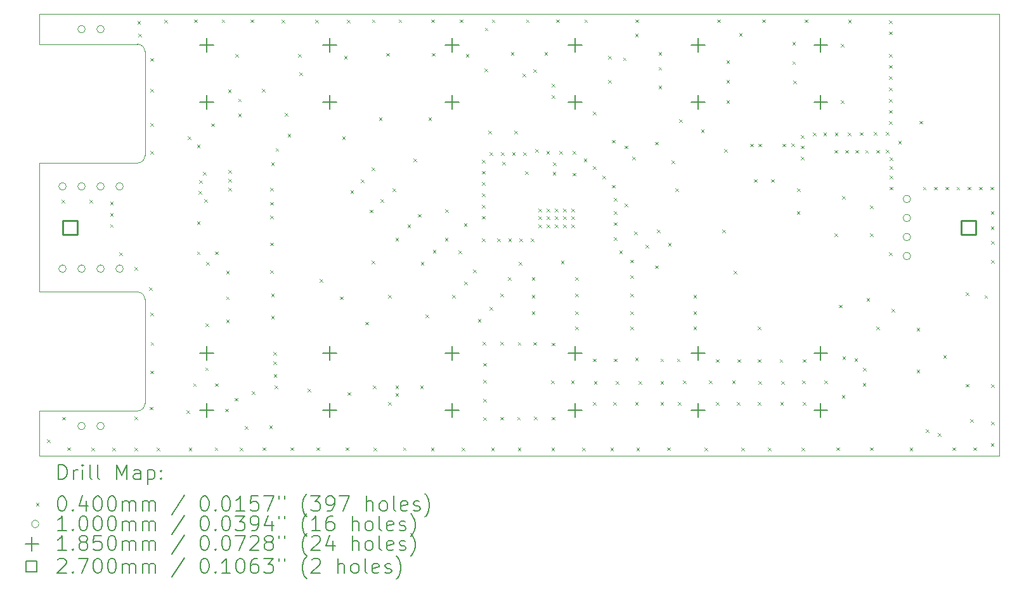
<source format=gbr>
%TF.GenerationSoftware,KiCad,Pcbnew,8.0.5*%
%TF.CreationDate,2024-10-22T16:25:50+01:00*%
%TF.ProjectId,V3,56332e6b-6963-4616-945f-706362585858,rev?*%
%TF.SameCoordinates,Original*%
%TF.FileFunction,Drillmap*%
%TF.FilePolarity,Positive*%
%FSLAX45Y45*%
G04 Gerber Fmt 4.5, Leading zero omitted, Abs format (unit mm)*
G04 Created by KiCad (PCBNEW 8.0.5) date 2024-10-22 16:25:50*
%MOMM*%
%LPD*%
G01*
G04 APERTURE LIST*
%ADD10C,0.100000*%
%ADD11C,0.200000*%
%ADD12C,0.185000*%
%ADD13C,0.270000*%
G04 APERTURE END LIST*
D10*
X-6410000Y2450000D02*
X-5100000Y2450000D01*
X-6410000Y-3050000D02*
X6410000Y-3050000D01*
X-6410000Y-2450000D02*
X-5100000Y-2450000D01*
X-5000000Y-2350000D02*
G75*
G02*
X-5100000Y-2450000I-100000J0D01*
G01*
X-6410000Y-3050000D02*
X-6410000Y-2450000D01*
X6410000Y-3050000D02*
X6410000Y2850000D01*
X-6410000Y2850000D02*
X-6410000Y2450000D01*
X-6410000Y-860000D02*
X-5100000Y-860000D01*
X-5000000Y960000D02*
G75*
G02*
X-5100000Y860000I-100000J0D01*
G01*
X-6410000Y860000D02*
X-6410000Y-860000D01*
X-6410000Y860000D02*
X-5100000Y860000D01*
X-5000000Y-960000D02*
X-5000000Y-2350000D01*
X-5100000Y-860000D02*
G75*
G02*
X-5000000Y-960000I0J-100000D01*
G01*
X-6410000Y2850000D02*
X6410000Y2850000D01*
X-5000000Y2350000D02*
X-5000000Y960000D01*
X-5100000Y2450000D02*
G75*
G02*
X-5000000Y2350000I0J-100000D01*
G01*
D11*
D10*
X-6308000Y-2828000D02*
X-6268000Y-2868000D01*
X-6268000Y-2828000D02*
X-6308000Y-2868000D01*
X-6115000Y370000D02*
X-6075000Y330000D01*
X-6075000Y370000D02*
X-6115000Y330000D01*
X-6105000Y-2530000D02*
X-6065000Y-2570000D01*
X-6065000Y-2530000D02*
X-6105000Y-2570000D01*
X-6034000Y-2937000D02*
X-5994000Y-2977000D01*
X-5994000Y-2937000D02*
X-6034000Y-2977000D01*
X-5740000Y370000D02*
X-5700000Y330000D01*
X-5700000Y370000D02*
X-5740000Y330000D01*
X-5715000Y-2939000D02*
X-5675000Y-2979000D01*
X-5675000Y-2939000D02*
X-5715000Y-2979000D01*
X-5465000Y345000D02*
X-5425000Y305000D01*
X-5425000Y345000D02*
X-5465000Y305000D01*
X-5465000Y195000D02*
X-5425000Y155000D01*
X-5425000Y195000D02*
X-5465000Y155000D01*
X-5465000Y45000D02*
X-5425000Y5000D01*
X-5425000Y45000D02*
X-5465000Y5000D01*
X-5435000Y-2938000D02*
X-5395000Y-2978000D01*
X-5395000Y-2938000D02*
X-5435000Y-2978000D01*
X-5340000Y-330000D02*
X-5300000Y-370000D01*
X-5300000Y-330000D02*
X-5340000Y-370000D01*
X-5140000Y-530000D02*
X-5100000Y-570000D01*
X-5100000Y-530000D02*
X-5140000Y-570000D01*
X-5137000Y-2938000D02*
X-5097000Y-2978000D01*
X-5097000Y-2938000D02*
X-5137000Y-2978000D01*
X-5136000Y-2524000D02*
X-5096000Y-2564000D01*
X-5096000Y-2524000D02*
X-5136000Y-2564000D01*
X-5100000Y2755000D02*
X-5060000Y2715000D01*
X-5060000Y2755000D02*
X-5100000Y2715000D01*
X-5085000Y2590000D02*
X-5045000Y2550000D01*
X-5045000Y2590000D02*
X-5085000Y2550000D01*
X-4943000Y-799000D02*
X-4903000Y-839000D01*
X-4903000Y-799000D02*
X-4943000Y-839000D01*
X-4934000Y-2394000D02*
X-4894000Y-2434000D01*
X-4894000Y-2394000D02*
X-4934000Y-2434000D01*
X-4930000Y1394000D02*
X-4890000Y1354000D01*
X-4890000Y1394000D02*
X-4930000Y1354000D01*
X-4930000Y1020000D02*
X-4890000Y980000D01*
X-4890000Y1020000D02*
X-4930000Y980000D01*
X-4928000Y-1912000D02*
X-4888000Y-1952000D01*
X-4888000Y-1912000D02*
X-4928000Y-1952000D01*
X-4927000Y2262000D02*
X-4887000Y2222000D01*
X-4887000Y2262000D02*
X-4927000Y2222000D01*
X-4927000Y1852000D02*
X-4887000Y1812000D01*
X-4887000Y1852000D02*
X-4927000Y1812000D01*
X-4926000Y-1135000D02*
X-4886000Y-1175000D01*
X-4886000Y-1135000D02*
X-4926000Y-1175000D01*
X-4923000Y-1530000D02*
X-4883000Y-1570000D01*
X-4883000Y-1530000D02*
X-4923000Y-1570000D01*
X-4840000Y-2938000D02*
X-4800000Y-2978000D01*
X-4800000Y-2938000D02*
X-4840000Y-2978000D01*
X-4740000Y2777000D02*
X-4700000Y2737000D01*
X-4700000Y2777000D02*
X-4740000Y2737000D01*
X-4445000Y-2440000D02*
X-4405000Y-2480000D01*
X-4405000Y-2440000D02*
X-4445000Y-2480000D01*
X-4425000Y1220000D02*
X-4385000Y1180000D01*
X-4385000Y1220000D02*
X-4425000Y1180000D01*
X-4416000Y-2938000D02*
X-4376000Y-2978000D01*
X-4376000Y-2938000D02*
X-4416000Y-2978000D01*
X-4355000Y-2080000D02*
X-4315000Y-2120000D01*
X-4315000Y-2080000D02*
X-4355000Y-2120000D01*
X-4340000Y2779000D02*
X-4300000Y2739000D01*
X-4300000Y2779000D02*
X-4340000Y2739000D01*
X-4305000Y1110000D02*
X-4265000Y1070000D01*
X-4265000Y1110000D02*
X-4305000Y1070000D01*
X-4305000Y80000D02*
X-4265000Y40000D01*
X-4265000Y80000D02*
X-4305000Y40000D01*
X-4305000Y-320000D02*
X-4265000Y-360000D01*
X-4265000Y-320000D02*
X-4305000Y-360000D01*
X-4285000Y490000D02*
X-4245000Y450000D01*
X-4245000Y490000D02*
X-4285000Y450000D01*
X-4275000Y630000D02*
X-4235000Y590000D01*
X-4235000Y630000D02*
X-4275000Y590000D01*
X-4225000Y740000D02*
X-4185000Y700000D01*
X-4185000Y740000D02*
X-4225000Y700000D01*
X-4205000Y380000D02*
X-4165000Y340000D01*
X-4165000Y380000D02*
X-4205000Y340000D01*
X-4195000Y-1870000D02*
X-4155000Y-1910000D01*
X-4155000Y-1870000D02*
X-4195000Y-1910000D01*
X-4192000Y-1280000D02*
X-4152000Y-1320000D01*
X-4152000Y-1280000D02*
X-4192000Y-1320000D01*
X-4185000Y-460000D02*
X-4145000Y-500000D01*
X-4145000Y-460000D02*
X-4185000Y-500000D01*
X-4115000Y1390000D02*
X-4075000Y1350000D01*
X-4075000Y1390000D02*
X-4115000Y1350000D01*
X-4068000Y-2936000D02*
X-4028000Y-2976000D01*
X-4028000Y-2936000D02*
X-4068000Y-2976000D01*
X-4065000Y-320000D02*
X-4025000Y-360000D01*
X-4025000Y-320000D02*
X-4065000Y-360000D01*
X-4065000Y-2080000D02*
X-4025000Y-2120000D01*
X-4025000Y-2080000D02*
X-4065000Y-2120000D01*
X-3974000Y2779000D02*
X-3934000Y2739000D01*
X-3934000Y2779000D02*
X-3974000Y2739000D01*
X-3928000Y-2419000D02*
X-3888000Y-2459000D01*
X-3888000Y-2419000D02*
X-3928000Y-2459000D01*
X-3915000Y-580000D02*
X-3875000Y-620000D01*
X-3875000Y-580000D02*
X-3915000Y-620000D01*
X-3915000Y-920000D02*
X-3875000Y-960000D01*
X-3875000Y-920000D02*
X-3915000Y-960000D01*
X-3915000Y-1230000D02*
X-3875000Y-1270000D01*
X-3875000Y-1230000D02*
X-3915000Y-1270000D01*
X-3890000Y1845000D02*
X-3850000Y1805000D01*
X-3850000Y1845000D02*
X-3890000Y1805000D01*
X-3885000Y770000D02*
X-3845000Y730000D01*
X-3845000Y770000D02*
X-3885000Y730000D01*
X-3885000Y650000D02*
X-3845000Y610000D01*
X-3845000Y650000D02*
X-3885000Y610000D01*
X-3885000Y530000D02*
X-3845000Y490000D01*
X-3845000Y530000D02*
X-3885000Y490000D01*
X-3800000Y-2275000D02*
X-3760000Y-2315000D01*
X-3760000Y-2275000D02*
X-3800000Y-2315000D01*
X-3795000Y2320000D02*
X-3755000Y2280000D01*
X-3755000Y2320000D02*
X-3795000Y2280000D01*
X-3755000Y1720000D02*
X-3715000Y1680000D01*
X-3715000Y1720000D02*
X-3755000Y1680000D01*
X-3755000Y1520000D02*
X-3715000Y1480000D01*
X-3715000Y1520000D02*
X-3755000Y1480000D01*
X-3732000Y-2938000D02*
X-3692000Y-2978000D01*
X-3692000Y-2938000D02*
X-3732000Y-2978000D01*
X-3665000Y-2650000D02*
X-3625000Y-2690000D01*
X-3625000Y-2650000D02*
X-3665000Y-2690000D01*
X-3589000Y2779000D02*
X-3549000Y2739000D01*
X-3549000Y2779000D02*
X-3589000Y2739000D01*
X-3570000Y-2185000D02*
X-3530000Y-2225000D01*
X-3530000Y-2185000D02*
X-3570000Y-2225000D01*
X-3438800Y1855000D02*
X-3398800Y1815000D01*
X-3398800Y1855000D02*
X-3438800Y1815000D01*
X-3428000Y-2936000D02*
X-3388000Y-2976000D01*
X-3388000Y-2936000D02*
X-3428000Y-2976000D01*
X-3340000Y-2645000D02*
X-3300000Y-2685000D01*
X-3300000Y-2645000D02*
X-3340000Y-2685000D01*
X-3325000Y530000D02*
X-3285000Y490000D01*
X-3285000Y530000D02*
X-3325000Y490000D01*
X-3325000Y340000D02*
X-3285000Y300000D01*
X-3285000Y340000D02*
X-3325000Y300000D01*
X-3325000Y160000D02*
X-3285000Y120000D01*
X-3285000Y160000D02*
X-3325000Y120000D01*
X-3325000Y-200000D02*
X-3285000Y-240000D01*
X-3285000Y-200000D02*
X-3325000Y-240000D01*
X-3325000Y-570000D02*
X-3285000Y-610000D01*
X-3285000Y-570000D02*
X-3325000Y-610000D01*
X-3315000Y870000D02*
X-3275000Y830000D01*
X-3275000Y870000D02*
X-3315000Y830000D01*
X-3315000Y-880000D02*
X-3275000Y-920000D01*
X-3275000Y-880000D02*
X-3315000Y-920000D01*
X-3315000Y-1180000D02*
X-3275000Y-1220000D01*
X-3275000Y-1180000D02*
X-3315000Y-1220000D01*
X-3285000Y-1660000D02*
X-3245000Y-1700000D01*
X-3245000Y-1660000D02*
X-3285000Y-1700000D01*
X-3285000Y-1790000D02*
X-3245000Y-1830000D01*
X-3245000Y-1790000D02*
X-3285000Y-1830000D01*
X-3280000Y-1960000D02*
X-3240000Y-2000000D01*
X-3240000Y-1960000D02*
X-3280000Y-2000000D01*
X-3265000Y-2110000D02*
X-3225000Y-2150000D01*
X-3225000Y-2110000D02*
X-3265000Y-2150000D01*
X-3255000Y1060000D02*
X-3215000Y1020000D01*
X-3215000Y1060000D02*
X-3255000Y1020000D01*
X-3176000Y2777000D02*
X-3136000Y2737000D01*
X-3136000Y2777000D02*
X-3176000Y2737000D01*
X-3130000Y1530000D02*
X-3090000Y1490000D01*
X-3090000Y1530000D02*
X-3130000Y1490000D01*
X-3095000Y1250000D02*
X-3055000Y1210000D01*
X-3055000Y1250000D02*
X-3095000Y1210000D01*
X-3055000Y-2937000D02*
X-3015000Y-2977000D01*
X-3015000Y-2937000D02*
X-3055000Y-2977000D01*
X-2955000Y2320000D02*
X-2915000Y2280000D01*
X-2915000Y2320000D02*
X-2955000Y2280000D01*
X-2940000Y2070000D02*
X-2900000Y2030000D01*
X-2900000Y2070000D02*
X-2940000Y2030000D01*
X-2825000Y-2150625D02*
X-2785000Y-2190625D01*
X-2785000Y-2150625D02*
X-2825000Y-2190625D01*
X-2726000Y2777000D02*
X-2686000Y2737000D01*
X-2686000Y2777000D02*
X-2726000Y2737000D01*
X-2709000Y-2936000D02*
X-2669000Y-2976000D01*
X-2669000Y-2936000D02*
X-2709000Y-2976000D01*
X-2665000Y-690000D02*
X-2625000Y-730000D01*
X-2625000Y-690000D02*
X-2665000Y-730000D01*
X-2395000Y-920000D02*
X-2355000Y-960000D01*
X-2355000Y-920000D02*
X-2395000Y-960000D01*
X-2365000Y1220000D02*
X-2325000Y1180000D01*
X-2325000Y1220000D02*
X-2365000Y1180000D01*
X-2340000Y2295000D02*
X-2300000Y2255000D01*
X-2300000Y2295000D02*
X-2340000Y2255000D01*
X-2322000Y-2937000D02*
X-2282000Y-2977000D01*
X-2282000Y-2937000D02*
X-2322000Y-2977000D01*
X-2301000Y2777000D02*
X-2261000Y2737000D01*
X-2261000Y2777000D02*
X-2301000Y2737000D01*
X-2295000Y-2200000D02*
X-2255000Y-2240000D01*
X-2255000Y-2200000D02*
X-2295000Y-2240000D01*
X-2255000Y500000D02*
X-2215000Y460000D01*
X-2215000Y500000D02*
X-2255000Y460000D01*
X-2115000Y640000D02*
X-2075000Y600000D01*
X-2075000Y640000D02*
X-2115000Y600000D01*
X-2055000Y-1260000D02*
X-2015000Y-1300000D01*
X-2015000Y-1260000D02*
X-2055000Y-1300000D01*
X-1995000Y240000D02*
X-1955000Y200000D01*
X-1955000Y240000D02*
X-1995000Y200000D01*
X-1975000Y800000D02*
X-1935000Y760000D01*
X-1935000Y800000D02*
X-1975000Y760000D01*
X-1975000Y-440000D02*
X-1935000Y-480000D01*
X-1935000Y-440000D02*
X-1975000Y-480000D01*
X-1967000Y2779000D02*
X-1927000Y2739000D01*
X-1927000Y2779000D02*
X-1967000Y2739000D01*
X-1955000Y-2110000D02*
X-1915000Y-2150000D01*
X-1915000Y-2110000D02*
X-1955000Y-2150000D01*
X-1949000Y-2939000D02*
X-1909000Y-2979000D01*
X-1909000Y-2939000D02*
X-1949000Y-2979000D01*
X-1875000Y1470000D02*
X-1835000Y1430000D01*
X-1835000Y1470000D02*
X-1875000Y1430000D01*
X-1855000Y380000D02*
X-1815000Y340000D01*
X-1815000Y380000D02*
X-1855000Y340000D01*
X-1775000Y2330000D02*
X-1735000Y2290000D01*
X-1735000Y2330000D02*
X-1775000Y2290000D01*
X-1755000Y-900000D02*
X-1715000Y-940000D01*
X-1715000Y-900000D02*
X-1755000Y-940000D01*
X-1755000Y-2330000D02*
X-1715000Y-2370000D01*
X-1715000Y-2330000D02*
X-1755000Y-2370000D01*
X-1695000Y520000D02*
X-1655000Y480000D01*
X-1655000Y520000D02*
X-1695000Y480000D01*
X-1655000Y-140000D02*
X-1615000Y-180000D01*
X-1615000Y-140000D02*
X-1655000Y-180000D01*
X-1655000Y-2110000D02*
X-1615000Y-2150000D01*
X-1615000Y-2110000D02*
X-1655000Y-2150000D01*
X-1655000Y-2215000D02*
X-1615000Y-2255000D01*
X-1615000Y-2215000D02*
X-1655000Y-2255000D01*
X-1612000Y2779000D02*
X-1572000Y2739000D01*
X-1572000Y2779000D02*
X-1612000Y2739000D01*
X-1553000Y-2937000D02*
X-1513000Y-2977000D01*
X-1513000Y-2937000D02*
X-1553000Y-2977000D01*
X-1495000Y40000D02*
X-1455000Y0D01*
X-1455000Y40000D02*
X-1495000Y0D01*
X-1415000Y920000D02*
X-1375000Y880000D01*
X-1375000Y920000D02*
X-1415000Y880000D01*
X-1355000Y180000D02*
X-1315000Y140000D01*
X-1315000Y180000D02*
X-1355000Y140000D01*
X-1325000Y-2110000D02*
X-1285000Y-2150000D01*
X-1285000Y-2110000D02*
X-1325000Y-2150000D01*
X-1315000Y-460000D02*
X-1275000Y-500000D01*
X-1275000Y-460000D02*
X-1315000Y-500000D01*
X-1255000Y-1160000D02*
X-1215000Y-1200000D01*
X-1215000Y-1160000D02*
X-1255000Y-1200000D01*
X-1215000Y1470000D02*
X-1175000Y1430000D01*
X-1175000Y1470000D02*
X-1215000Y1430000D01*
X-1181000Y-2938000D02*
X-1141000Y-2978000D01*
X-1141000Y-2938000D02*
X-1181000Y-2978000D01*
X-1178000Y2780000D02*
X-1138000Y2740000D01*
X-1138000Y2780000D02*
X-1178000Y2740000D01*
X-1165000Y2330000D02*
X-1125000Y2290000D01*
X-1125000Y2330000D02*
X-1165000Y2290000D01*
X-1155000Y-300000D02*
X-1115000Y-340000D01*
X-1115000Y-300000D02*
X-1155000Y-340000D01*
X-995000Y-140000D02*
X-955000Y-180000D01*
X-955000Y-140000D02*
X-995000Y-180000D01*
X-990000Y245000D02*
X-950000Y205000D01*
X-950000Y245000D02*
X-990000Y205000D01*
X-895000Y-900000D02*
X-855000Y-940000D01*
X-855000Y-900000D02*
X-895000Y-940000D01*
X-815000Y-304884D02*
X-775000Y-344884D01*
X-775000Y-304884D02*
X-815000Y-344884D01*
X-798000Y2780000D02*
X-758000Y2740000D01*
X-758000Y2780000D02*
X-798000Y2740000D01*
X-771000Y-2938000D02*
X-731000Y-2978000D01*
X-731000Y-2938000D02*
X-771000Y-2978000D01*
X-740000Y58600D02*
X-700000Y18600D01*
X-700000Y58600D02*
X-740000Y18600D01*
X-735000Y-720000D02*
X-695000Y-760000D01*
X-695000Y-720000D02*
X-735000Y-760000D01*
X-715000Y2320000D02*
X-675000Y2280000D01*
X-675000Y2320000D02*
X-715000Y2280000D01*
X-615000Y-560000D02*
X-575000Y-600000D01*
X-575000Y-560000D02*
X-615000Y-600000D01*
X-555000Y-1220000D02*
X-515000Y-1260000D01*
X-515000Y-1220000D02*
X-555000Y-1260000D01*
X-497960Y904700D02*
X-457960Y864700D01*
X-457960Y904700D02*
X-497960Y864700D01*
X-497960Y754700D02*
X-457960Y714700D01*
X-457960Y754700D02*
X-497960Y714700D01*
X-497960Y604700D02*
X-457960Y564700D01*
X-457960Y604700D02*
X-497960Y564700D01*
X-497960Y454700D02*
X-457960Y414700D01*
X-457960Y454700D02*
X-497960Y414700D01*
X-497960Y304700D02*
X-457960Y264700D01*
X-457960Y304700D02*
X-497960Y264700D01*
X-497960Y154700D02*
X-457960Y114700D01*
X-457960Y154700D02*
X-497960Y114700D01*
X-497960Y-145300D02*
X-457960Y-185300D01*
X-457960Y-145300D02*
X-497960Y-185300D01*
X-490000Y-1525000D02*
X-450000Y-1565000D01*
X-450000Y-1525000D02*
X-490000Y-1565000D01*
X-480000Y-1810000D02*
X-440000Y-1850000D01*
X-440000Y-1810000D02*
X-480000Y-1850000D01*
X-480000Y-2035000D02*
X-440000Y-2075000D01*
X-440000Y-2035000D02*
X-480000Y-2075000D01*
X-480000Y-2290000D02*
X-440000Y-2330000D01*
X-440000Y-2290000D02*
X-480000Y-2330000D01*
X-480000Y-2535000D02*
X-440000Y-2575000D01*
X-440000Y-2535000D02*
X-480000Y-2575000D01*
X-465000Y2120000D02*
X-425000Y2080000D01*
X-425000Y2120000D02*
X-465000Y2080000D01*
X-460000Y2670000D02*
X-420000Y2630000D01*
X-420000Y2670000D02*
X-460000Y2630000D01*
X-415000Y1295000D02*
X-375000Y1255000D01*
X-375000Y1295000D02*
X-415000Y1255000D01*
X-397960Y1004700D02*
X-357960Y964700D01*
X-357960Y1004700D02*
X-397960Y964700D01*
X-395000Y-1060000D02*
X-355000Y-1100000D01*
X-355000Y-1060000D02*
X-395000Y-1100000D01*
X-377000Y-2940000D02*
X-337000Y-2980000D01*
X-337000Y-2940000D02*
X-377000Y-2980000D01*
X-369000Y2780000D02*
X-329000Y2740000D01*
X-329000Y2780000D02*
X-369000Y2740000D01*
X-297960Y-145300D02*
X-257960Y-185300D01*
X-257960Y-145300D02*
X-297960Y-185300D01*
X-255000Y-880000D02*
X-215000Y-920000D01*
X-215000Y-880000D02*
X-255000Y-920000D01*
X-255000Y-1525000D02*
X-215000Y-1565000D01*
X-215000Y-1525000D02*
X-255000Y-1565000D01*
X-255000Y-2530000D02*
X-215000Y-2570000D01*
X-215000Y-2530000D02*
X-255000Y-2570000D01*
X-247960Y1004700D02*
X-207960Y964700D01*
X-207960Y1004700D02*
X-247960Y964700D01*
X-225440Y880000D02*
X-185440Y840000D01*
X-185440Y880000D02*
X-225440Y840000D01*
X-155000Y-660000D02*
X-115000Y-700000D01*
X-115000Y-660000D02*
X-155000Y-700000D01*
X-147960Y-145300D02*
X-107960Y-185300D01*
X-107960Y-145300D02*
X-147960Y-185300D01*
X-115000Y2345000D02*
X-75000Y2305000D01*
X-75000Y2345000D02*
X-115000Y2305000D01*
X-97960Y1004700D02*
X-57960Y964700D01*
X-57960Y1004700D02*
X-97960Y964700D01*
X-65000Y1295000D02*
X-25000Y1255000D01*
X-25000Y1295000D02*
X-65000Y1255000D01*
X-30000Y-2530000D02*
X10000Y-2570000D01*
X10000Y-2530000D02*
X-30000Y-2570000D01*
X-20000Y-1530000D02*
X20000Y-1570000D01*
X20000Y-1530000D02*
X-20000Y-1570000D01*
X-20000Y-2938000D02*
X20000Y-2978000D01*
X20000Y-2938000D02*
X-20000Y-2978000D01*
X-5000Y-460000D02*
X35000Y-500000D01*
X35000Y-460000D02*
X-5000Y-500000D01*
X2040Y-145300D02*
X42040Y-185300D01*
X42040Y-145300D02*
X2040Y-185300D01*
X45000Y2055000D02*
X85000Y2015000D01*
X85000Y2055000D02*
X45000Y2015000D01*
X52040Y1004700D02*
X92040Y964700D01*
X92040Y1004700D02*
X52040Y964700D01*
X74560Y749000D02*
X114560Y709000D01*
X114560Y749000D02*
X74560Y709000D01*
X90000Y2778000D02*
X130000Y2738000D01*
X130000Y2778000D02*
X90000Y2738000D01*
X152040Y-145300D02*
X192040Y-185300D01*
X192040Y-145300D02*
X152040Y-185300D01*
X165000Y-660000D02*
X205000Y-700000D01*
X205000Y-660000D02*
X165000Y-700000D01*
X165000Y-900000D02*
X205000Y-940000D01*
X205000Y-900000D02*
X165000Y-940000D01*
X165000Y-1120000D02*
X205000Y-1160000D01*
X205000Y-1120000D02*
X165000Y-1160000D01*
X185000Y2115000D02*
X225000Y2075000D01*
X225000Y2115000D02*
X185000Y2075000D01*
X185000Y-1530000D02*
X225000Y-1570000D01*
X225000Y-1530000D02*
X185000Y-1570000D01*
X195000Y-2525000D02*
X235000Y-2565000D01*
X235000Y-2525000D02*
X195000Y-2565000D01*
X210000Y1045000D02*
X250000Y1005000D01*
X250000Y1045000D02*
X210000Y1005000D01*
X254560Y250000D02*
X294560Y210000D01*
X294560Y250000D02*
X254560Y210000D01*
X254560Y150000D02*
X294560Y110000D01*
X294560Y150000D02*
X254560Y110000D01*
X254560Y40000D02*
X294560Y0D01*
X294560Y40000D02*
X254560Y0D01*
X335000Y2345000D02*
X375000Y2305000D01*
X375000Y2345000D02*
X335000Y2305000D01*
X360000Y1020000D02*
X400000Y980000D01*
X400000Y1020000D02*
X360000Y980000D01*
X364560Y250000D02*
X404560Y210000D01*
X404560Y250000D02*
X364560Y210000D01*
X364560Y150000D02*
X404560Y110000D01*
X404560Y150000D02*
X364560Y110000D01*
X364560Y40000D02*
X404560Y0D01*
X404560Y40000D02*
X364560Y0D01*
X425000Y-2045000D02*
X465000Y-2085000D01*
X465000Y-2045000D02*
X425000Y-2085000D01*
X427000Y-2938000D02*
X467000Y-2978000D01*
X467000Y-2938000D02*
X427000Y-2978000D01*
X435000Y1920000D02*
X475000Y1880000D01*
X475000Y1920000D02*
X435000Y1880000D01*
X435000Y1770000D02*
X475000Y1730000D01*
X475000Y1770000D02*
X435000Y1730000D01*
X435000Y-1540000D02*
X475000Y-1580000D01*
X475000Y-1540000D02*
X435000Y-1580000D01*
X435000Y-2530000D02*
X475000Y-2570000D01*
X475000Y-2530000D02*
X435000Y-2570000D01*
X444560Y745000D02*
X484560Y705000D01*
X484560Y745000D02*
X444560Y705000D01*
X449560Y870000D02*
X489560Y830000D01*
X489560Y870000D02*
X449560Y830000D01*
X474560Y250000D02*
X514560Y210000D01*
X514560Y250000D02*
X474560Y210000D01*
X474560Y150000D02*
X514560Y110000D01*
X514560Y150000D02*
X474560Y110000D01*
X474560Y40000D02*
X514560Y0D01*
X514560Y40000D02*
X474560Y0D01*
X491000Y2779000D02*
X531000Y2739000D01*
X531000Y2779000D02*
X491000Y2739000D01*
X535000Y1020000D02*
X575000Y980000D01*
X575000Y1020000D02*
X535000Y980000D01*
X555000Y-440000D02*
X595000Y-480000D01*
X595000Y-440000D02*
X555000Y-480000D01*
X584560Y250000D02*
X624560Y210000D01*
X624560Y250000D02*
X584560Y210000D01*
X584560Y150000D02*
X624560Y110000D01*
X624560Y150000D02*
X584560Y110000D01*
X584560Y40000D02*
X624560Y0D01*
X624560Y40000D02*
X584560Y0D01*
X690000Y-2045000D02*
X730000Y-2085000D01*
X730000Y-2045000D02*
X690000Y-2085000D01*
X694560Y250000D02*
X734560Y210000D01*
X734560Y250000D02*
X694560Y210000D01*
X694560Y150000D02*
X734560Y110000D01*
X734560Y150000D02*
X694560Y110000D01*
X694560Y40000D02*
X734560Y0D01*
X734560Y40000D02*
X694560Y0D01*
X710000Y1020000D02*
X750000Y980000D01*
X750000Y1020000D02*
X710000Y980000D01*
X714560Y730000D02*
X754560Y690000D01*
X754560Y730000D02*
X714560Y690000D01*
X745000Y-660000D02*
X785000Y-700000D01*
X785000Y-660000D02*
X745000Y-700000D01*
X745000Y-880000D02*
X785000Y-920000D01*
X785000Y-880000D02*
X745000Y-920000D01*
X745000Y-1120000D02*
X785000Y-1160000D01*
X785000Y-1120000D02*
X745000Y-1160000D01*
X745000Y-1320000D02*
X785000Y-1360000D01*
X785000Y-1320000D02*
X745000Y-1360000D01*
X840000Y-2938000D02*
X880000Y-2978000D01*
X880000Y-2938000D02*
X840000Y-2978000D01*
X860000Y920000D02*
X900000Y880000D01*
X900000Y920000D02*
X860000Y880000D01*
X868000Y2779000D02*
X908000Y2739000D01*
X908000Y2779000D02*
X868000Y2739000D01*
X985000Y1545000D02*
X1025000Y1505000D01*
X1025000Y1545000D02*
X985000Y1505000D01*
X985000Y820000D02*
X1025000Y780000D01*
X1025000Y820000D02*
X985000Y780000D01*
X985000Y-1750000D02*
X1025000Y-1790000D01*
X1025000Y-1750000D02*
X985000Y-1790000D01*
X985000Y-2330000D02*
X1025000Y-2370000D01*
X1025000Y-2330000D02*
X985000Y-2370000D01*
X995000Y-2050000D02*
X1035000Y-2090000D01*
X1035000Y-2050000D02*
X995000Y-2090000D01*
X1110000Y695000D02*
X1150000Y655000D01*
X1150000Y695000D02*
X1110000Y655000D01*
X1185000Y2295000D02*
X1225000Y2255000D01*
X1225000Y2295000D02*
X1185000Y2255000D01*
X1185000Y1970000D02*
X1225000Y1930000D01*
X1225000Y1970000D02*
X1185000Y1930000D01*
X1216000Y-2939000D02*
X1256000Y-2979000D01*
X1256000Y-2939000D02*
X1216000Y-2979000D01*
X1235000Y1170000D02*
X1275000Y1130000D01*
X1275000Y1170000D02*
X1235000Y1130000D01*
X1235000Y570000D02*
X1275000Y530000D01*
X1275000Y570000D02*
X1235000Y530000D01*
X1255000Y-2330000D02*
X1295000Y-2370000D01*
X1295000Y-2330000D02*
X1255000Y-2370000D01*
X1260000Y395000D02*
X1300000Y355000D01*
X1300000Y395000D02*
X1260000Y355000D01*
X1260000Y220000D02*
X1300000Y180000D01*
X1300000Y220000D02*
X1260000Y180000D01*
X1260000Y70000D02*
X1300000Y30000D01*
X1300000Y70000D02*
X1260000Y30000D01*
X1260000Y-130000D02*
X1300000Y-170000D01*
X1300000Y-130000D02*
X1260000Y-170000D01*
X1265000Y-1750000D02*
X1305000Y-1790000D01*
X1305000Y-1750000D02*
X1265000Y-1790000D01*
X1285000Y-2050000D02*
X1325000Y-2090000D01*
X1325000Y-2050000D02*
X1285000Y-2090000D01*
X1335000Y-305000D02*
X1375000Y-345000D01*
X1375000Y-305000D02*
X1335000Y-345000D01*
X1385000Y2270000D02*
X1425000Y2230000D01*
X1425000Y2270000D02*
X1385000Y2230000D01*
X1407500Y1095000D02*
X1447500Y1055000D01*
X1447500Y1095000D02*
X1407500Y1055000D01*
X1407500Y317500D02*
X1447500Y277500D01*
X1447500Y317500D02*
X1407500Y277500D01*
X1485000Y-430000D02*
X1525000Y-470000D01*
X1525000Y-430000D02*
X1485000Y-470000D01*
X1485000Y-640000D02*
X1525000Y-680000D01*
X1525000Y-640000D02*
X1485000Y-680000D01*
X1485000Y-880000D02*
X1525000Y-920000D01*
X1525000Y-880000D02*
X1485000Y-920000D01*
X1485000Y-1120000D02*
X1525000Y-1160000D01*
X1525000Y-1120000D02*
X1485000Y-1160000D01*
X1485000Y-1320000D02*
X1525000Y-1360000D01*
X1525000Y-1320000D02*
X1485000Y-1360000D01*
X1510000Y945000D02*
X1550000Y905000D01*
X1550000Y945000D02*
X1510000Y905000D01*
X1535000Y-55000D02*
X1575000Y-95000D01*
X1575000Y-55000D02*
X1535000Y-95000D01*
X1545000Y2590000D02*
X1585000Y2550000D01*
X1585000Y2590000D02*
X1545000Y2550000D01*
X1545000Y-1740000D02*
X1585000Y-1780000D01*
X1585000Y-1740000D02*
X1545000Y-1780000D01*
X1545000Y-2330000D02*
X1585000Y-2370000D01*
X1585000Y-2330000D02*
X1545000Y-2370000D01*
X1548000Y2778000D02*
X1588000Y2738000D01*
X1588000Y2778000D02*
X1548000Y2738000D01*
X1562000Y-2939000D02*
X1602000Y-2979000D01*
X1602000Y-2939000D02*
X1562000Y-2979000D01*
X1595000Y-2050000D02*
X1635000Y-2090000D01*
X1635000Y-2050000D02*
X1595000Y-2090000D01*
X1685000Y-230000D02*
X1725000Y-270000D01*
X1725000Y-230000D02*
X1685000Y-270000D01*
X1810000Y1145000D02*
X1850000Y1105000D01*
X1850000Y1145000D02*
X1810000Y1105000D01*
X1810000Y-505000D02*
X1850000Y-545000D01*
X1850000Y-505000D02*
X1810000Y-545000D01*
X1835000Y-30000D02*
X1875000Y-70000D01*
X1875000Y-30000D02*
X1835000Y-70000D01*
X1860000Y2345000D02*
X1900000Y2305000D01*
X1900000Y2345000D02*
X1860000Y2305000D01*
X1860000Y2145000D02*
X1900000Y2105000D01*
X1900000Y2145000D02*
X1860000Y2105000D01*
X1860000Y1895000D02*
X1900000Y1855000D01*
X1900000Y1895000D02*
X1860000Y1855000D01*
X1885000Y-1750000D02*
X1925000Y-1790000D01*
X1925000Y-1750000D02*
X1885000Y-1790000D01*
X1885000Y-2050000D02*
X1925000Y-2090000D01*
X1925000Y-2050000D02*
X1885000Y-2090000D01*
X1885000Y-2330000D02*
X1925000Y-2370000D01*
X1925000Y-2330000D02*
X1885000Y-2370000D01*
X1976000Y-2937000D02*
X2016000Y-2977000D01*
X2016000Y-2937000D02*
X1976000Y-2977000D01*
X1985000Y-205000D02*
X2025000Y-245000D01*
X2025000Y-205000D02*
X1985000Y-245000D01*
X2035000Y895000D02*
X2075000Y855000D01*
X2075000Y895000D02*
X2035000Y855000D01*
X2085000Y520000D02*
X2125000Y480000D01*
X2125000Y520000D02*
X2085000Y480000D01*
X2105000Y-1750000D02*
X2145000Y-1790000D01*
X2145000Y-1750000D02*
X2105000Y-1790000D01*
X2115000Y-2330000D02*
X2155000Y-2370000D01*
X2155000Y-2330000D02*
X2115000Y-2370000D01*
X2135000Y1445000D02*
X2175000Y1405000D01*
X2175000Y1445000D02*
X2135000Y1405000D01*
X2185000Y-2045000D02*
X2225000Y-2085000D01*
X2225000Y-2045000D02*
X2185000Y-2085000D01*
X2325000Y-900000D02*
X2365000Y-940000D01*
X2365000Y-900000D02*
X2325000Y-940000D01*
X2325000Y-1120000D02*
X2365000Y-1160000D01*
X2365000Y-1120000D02*
X2325000Y-1160000D01*
X2325000Y-1320000D02*
X2365000Y-1360000D01*
X2365000Y-1320000D02*
X2325000Y-1360000D01*
X2425000Y1310000D02*
X2465000Y1270000D01*
X2465000Y1310000D02*
X2425000Y1270000D01*
X2470000Y-2939000D02*
X2510000Y-2979000D01*
X2510000Y-2939000D02*
X2470000Y-2979000D01*
X2535000Y-2045000D02*
X2575000Y-2085000D01*
X2575000Y-2045000D02*
X2535000Y-2085000D01*
X2625000Y-1760000D02*
X2665000Y-1800000D01*
X2665000Y-1760000D02*
X2625000Y-1800000D01*
X2625000Y-2330000D02*
X2665000Y-2370000D01*
X2665000Y-2330000D02*
X2625000Y-2370000D01*
X2645000Y2779000D02*
X2685000Y2739000D01*
X2685000Y2779000D02*
X2645000Y2739000D01*
X2710000Y-30000D02*
X2750000Y-70000D01*
X2750000Y-30000D02*
X2710000Y-70000D01*
X2735000Y1045000D02*
X2775000Y1005000D01*
X2775000Y1045000D02*
X2735000Y1005000D01*
X2765000Y2230000D02*
X2805000Y2190000D01*
X2805000Y2230000D02*
X2765000Y2190000D01*
X2765000Y1970000D02*
X2805000Y1930000D01*
X2805000Y1970000D02*
X2765000Y1930000D01*
X2765000Y1700000D02*
X2805000Y1660000D01*
X2805000Y1700000D02*
X2765000Y1660000D01*
X2840000Y-2045000D02*
X2880000Y-2085000D01*
X2880000Y-2045000D02*
X2840000Y-2085000D01*
X2860000Y-575000D02*
X2900000Y-615000D01*
X2900000Y-575000D02*
X2860000Y-615000D01*
X2905000Y-2330000D02*
X2945000Y-2370000D01*
X2945000Y-2330000D02*
X2905000Y-2370000D01*
X2915000Y-1760000D02*
X2955000Y-1800000D01*
X2955000Y-1760000D02*
X2915000Y-1800000D01*
X2935000Y2600000D02*
X2975000Y2560000D01*
X2975000Y2600000D02*
X2935000Y2560000D01*
X2963000Y-2938000D02*
X3003000Y-2978000D01*
X3003000Y-2938000D02*
X2963000Y-2978000D01*
X3080000Y1120000D02*
X3120000Y1080000D01*
X3120000Y1120000D02*
X3080000Y1080000D01*
X3135000Y645000D02*
X3175000Y605000D01*
X3175000Y645000D02*
X3135000Y605000D01*
X3185000Y-1320000D02*
X3225000Y-1360000D01*
X3225000Y-1320000D02*
X3185000Y-1360000D01*
X3185000Y-1760000D02*
X3225000Y-1800000D01*
X3225000Y-1760000D02*
X3185000Y-1800000D01*
X3185000Y-2330000D02*
X3225000Y-2370000D01*
X3225000Y-2330000D02*
X3185000Y-2370000D01*
X3190000Y-2050000D02*
X3230000Y-2090000D01*
X3230000Y-2050000D02*
X3190000Y-2090000D01*
X3195000Y1120000D02*
X3235000Y1080000D01*
X3235000Y1120000D02*
X3195000Y1080000D01*
X3245000Y2779000D02*
X3285000Y2739000D01*
X3285000Y2779000D02*
X3245000Y2739000D01*
X3319000Y-2938000D02*
X3359000Y-2978000D01*
X3359000Y-2938000D02*
X3319000Y-2978000D01*
X3360000Y645000D02*
X3400000Y605000D01*
X3400000Y645000D02*
X3360000Y605000D01*
X3475000Y-1760000D02*
X3515000Y-1800000D01*
X3515000Y-1760000D02*
X3475000Y-1800000D01*
X3485000Y-2330000D02*
X3525000Y-2370000D01*
X3525000Y-2330000D02*
X3485000Y-2370000D01*
X3495000Y-2050000D02*
X3535000Y-2090000D01*
X3535000Y-2050000D02*
X3495000Y-2090000D01*
X3515000Y1120000D02*
X3555000Y1080000D01*
X3555000Y1120000D02*
X3515000Y1080000D01*
X3635000Y1125000D02*
X3675000Y1085000D01*
X3675000Y1125000D02*
X3635000Y1085000D01*
X3645000Y2480000D02*
X3685000Y2440000D01*
X3685000Y2480000D02*
X3645000Y2440000D01*
X3645000Y2220000D02*
X3685000Y2180000D01*
X3685000Y2220000D02*
X3645000Y2180000D01*
X3655000Y1960000D02*
X3695000Y1920000D01*
X3695000Y1960000D02*
X3655000Y1920000D01*
X3705000Y220000D02*
X3745000Y180000D01*
X3745000Y220000D02*
X3705000Y180000D01*
X3710000Y520000D02*
X3750000Y480000D01*
X3750000Y520000D02*
X3710000Y480000D01*
X3757000Y1094000D02*
X3797000Y1054000D01*
X3797000Y1094000D02*
X3757000Y1054000D01*
X3758000Y948000D02*
X3798000Y908000D01*
X3798000Y948000D02*
X3758000Y908000D01*
X3760000Y1231000D02*
X3800000Y1191000D01*
X3800000Y1231000D02*
X3760000Y1191000D01*
X3770000Y-2939000D02*
X3810000Y-2979000D01*
X3810000Y-2939000D02*
X3770000Y-2979000D01*
X3775000Y-2045000D02*
X3815000Y-2085000D01*
X3815000Y-2045000D02*
X3775000Y-2085000D01*
X3785000Y-1760000D02*
X3825000Y-1800000D01*
X3825000Y-1760000D02*
X3785000Y-1800000D01*
X3785000Y-2330000D02*
X3825000Y-2370000D01*
X3825000Y-2330000D02*
X3785000Y-2370000D01*
X3808000Y2778000D02*
X3848000Y2738000D01*
X3848000Y2778000D02*
X3808000Y2738000D01*
X3918000Y1269000D02*
X3958000Y1229000D01*
X3958000Y1269000D02*
X3918000Y1229000D01*
X4061000Y1267000D02*
X4101000Y1227000D01*
X4101000Y1267000D02*
X4061000Y1227000D01*
X4075000Y-2045000D02*
X4115000Y-2085000D01*
X4115000Y-2045000D02*
X4075000Y-2085000D01*
X4210000Y1035000D02*
X4250000Y995000D01*
X4250000Y1035000D02*
X4210000Y995000D01*
X4210000Y-80000D02*
X4250000Y-120000D01*
X4250000Y-80000D02*
X4210000Y-120000D01*
X4213000Y1268000D02*
X4253000Y1228000D01*
X4253000Y1268000D02*
X4213000Y1228000D01*
X4233000Y-2935000D02*
X4273000Y-2975000D01*
X4273000Y-2935000D02*
X4233000Y-2975000D01*
X4270000Y-1030000D02*
X4310000Y-1070000D01*
X4310000Y-1030000D02*
X4270000Y-1070000D01*
X4290000Y2455000D02*
X4330000Y2415000D01*
X4330000Y2455000D02*
X4290000Y2415000D01*
X4295000Y1701000D02*
X4335000Y1661000D01*
X4335000Y1701000D02*
X4295000Y1661000D01*
X4305000Y-2240000D02*
X4345000Y-2280000D01*
X4345000Y-2240000D02*
X4305000Y-2280000D01*
X4310000Y420000D02*
X4350000Y380000D01*
X4350000Y420000D02*
X4310000Y380000D01*
X4315000Y-1720000D02*
X4355000Y-1760000D01*
X4355000Y-1720000D02*
X4315000Y-1760000D01*
X4350000Y1035000D02*
X4390000Y995000D01*
X4390000Y1035000D02*
X4350000Y995000D01*
X4385000Y1268000D02*
X4425000Y1228000D01*
X4425000Y1268000D02*
X4385000Y1228000D01*
X4390000Y2777000D02*
X4430000Y2737000D01*
X4430000Y2777000D02*
X4390000Y2737000D01*
X4475000Y-1745000D02*
X4515000Y-1785000D01*
X4515000Y-1745000D02*
X4475000Y-1785000D01*
X4485000Y1035000D02*
X4525000Y995000D01*
X4525000Y1035000D02*
X4485000Y995000D01*
X4546000Y1273000D02*
X4586000Y1233000D01*
X4586000Y1273000D02*
X4546000Y1233000D01*
X4585000Y-2075000D02*
X4625000Y-2115000D01*
X4625000Y-2075000D02*
X4585000Y-2115000D01*
X4590000Y-1875000D02*
X4630000Y-1915000D01*
X4630000Y-1875000D02*
X4590000Y-1915000D01*
X4620000Y1035000D02*
X4660000Y995000D01*
X4660000Y1035000D02*
X4620000Y995000D01*
X4635500Y-940500D02*
X4675500Y-980500D01*
X4675500Y-940500D02*
X4635500Y-980500D01*
X4682000Y-2937000D02*
X4722000Y-2977000D01*
X4722000Y-2937000D02*
X4682000Y-2977000D01*
X4685000Y295000D02*
X4725000Y255000D01*
X4725000Y295000D02*
X4685000Y255000D01*
X4685000Y-80000D02*
X4725000Y-120000D01*
X4725000Y-80000D02*
X4685000Y-120000D01*
X4735000Y1275000D02*
X4775000Y1235000D01*
X4775000Y1275000D02*
X4735000Y1235000D01*
X4765000Y1035000D02*
X4805000Y995000D01*
X4805000Y1035000D02*
X4765000Y995000D01*
X4765000Y-1320000D02*
X4805000Y-1360000D01*
X4805000Y-1320000D02*
X4765000Y-1360000D01*
X4892000Y1278000D02*
X4932000Y1238000D01*
X4932000Y1278000D02*
X4892000Y1238000D01*
X4895000Y1040000D02*
X4935000Y1000000D01*
X4935000Y1040000D02*
X4895000Y1000000D01*
X4935000Y-330000D02*
X4975000Y-370000D01*
X4975000Y-330000D02*
X4935000Y-370000D01*
X4938300Y2768460D02*
X4978300Y2728460D01*
X4978300Y2768460D02*
X4938300Y2728460D01*
X4938300Y2618460D02*
X4978300Y2578460D01*
X4978300Y2618460D02*
X4938300Y2578460D01*
X4938300Y2318460D02*
X4978300Y2278460D01*
X4978300Y2318460D02*
X4938300Y2278460D01*
X4938300Y2168460D02*
X4978300Y2128460D01*
X4978300Y2168460D02*
X4938300Y2128460D01*
X4938300Y2018460D02*
X4978300Y1978460D01*
X4978300Y2018460D02*
X4938300Y1978460D01*
X4938300Y1868460D02*
X4978300Y1828460D01*
X4978300Y1868460D02*
X4938300Y1828460D01*
X4938300Y1718460D02*
X4978300Y1678460D01*
X4978300Y1718460D02*
X4938300Y1678460D01*
X4938300Y1568460D02*
X4978300Y1528460D01*
X4978300Y1568460D02*
X4938300Y1528460D01*
X4938300Y1418460D02*
X4978300Y1378460D01*
X4978300Y1418460D02*
X4938300Y1378460D01*
X4945000Y935000D02*
X4985000Y895000D01*
X4985000Y935000D02*
X4945000Y895000D01*
X4945000Y820000D02*
X4985000Y780000D01*
X4985000Y820000D02*
X4945000Y780000D01*
X4945000Y690000D02*
X4985000Y650000D01*
X4985000Y690000D02*
X4945000Y650000D01*
X4945000Y545000D02*
X4985000Y505000D01*
X4985000Y545000D02*
X4945000Y505000D01*
X4973000Y-1084000D02*
X5013000Y-1124000D01*
X5013000Y-1084000D02*
X4973000Y-1124000D01*
X5058300Y1160000D02*
X5098300Y1120000D01*
X5098300Y1160000D02*
X5058300Y1120000D01*
X5212000Y-2938000D02*
X5252000Y-2978000D01*
X5252000Y-2938000D02*
X5212000Y-2978000D01*
X5305000Y-1340000D02*
X5345000Y-1380000D01*
X5345000Y-1340000D02*
X5305000Y-1380000D01*
X5305000Y-1900000D02*
X5345000Y-1940000D01*
X5345000Y-1900000D02*
X5305000Y-1940000D01*
X5340385Y1424322D02*
X5380385Y1384323D01*
X5380385Y1424322D02*
X5340385Y1384323D01*
X5390000Y545000D02*
X5430000Y505000D01*
X5430000Y545000D02*
X5390000Y505000D01*
X5428000Y-2697000D02*
X5468000Y-2737000D01*
X5468000Y-2697000D02*
X5428000Y-2737000D01*
X5540000Y545000D02*
X5580000Y505000D01*
X5580000Y545000D02*
X5540000Y505000D01*
X5590000Y-2748000D02*
X5630000Y-2788000D01*
X5630000Y-2748000D02*
X5590000Y-2788000D01*
X5660000Y-1705000D02*
X5700000Y-1745000D01*
X5700000Y-1705000D02*
X5660000Y-1745000D01*
X5688300Y543460D02*
X5728300Y503460D01*
X5728300Y543460D02*
X5688300Y503460D01*
X5785000Y-2937000D02*
X5825000Y-2977000D01*
X5825000Y-2937000D02*
X5785000Y-2977000D01*
X5838300Y543460D02*
X5878300Y503460D01*
X5878300Y543460D02*
X5838300Y503460D01*
X5959000Y-2090000D02*
X5999000Y-2130000D01*
X5999000Y-2090000D02*
X5959000Y-2130000D01*
X5962000Y-867000D02*
X6002000Y-907000D01*
X6002000Y-867000D02*
X5962000Y-907000D01*
X5988300Y543460D02*
X6028300Y503460D01*
X6028300Y543460D02*
X5988300Y503460D01*
X6023191Y-2561128D02*
X6063191Y-2601128D01*
X6063191Y-2561128D02*
X6023191Y-2601128D01*
X6065000Y-2937000D02*
X6105000Y-2977000D01*
X6105000Y-2937000D02*
X6065000Y-2977000D01*
X6138300Y543460D02*
X6178300Y503460D01*
X6178300Y543460D02*
X6138300Y503460D01*
X6210000Y-905000D02*
X6250000Y-945000D01*
X6250000Y-905000D02*
X6210000Y-945000D01*
X6288300Y543460D02*
X6328300Y503460D01*
X6328300Y543460D02*
X6288300Y503460D01*
X6295000Y-2882000D02*
X6335000Y-2922000D01*
X6335000Y-2882000D02*
X6295000Y-2922000D01*
X6296000Y218000D02*
X6336000Y178000D01*
X6336000Y218000D02*
X6296000Y178000D01*
X6296000Y17000D02*
X6336000Y-23000D01*
X6336000Y17000D02*
X6296000Y-23000D01*
X6297000Y-177000D02*
X6337000Y-217000D01*
X6337000Y-177000D02*
X6297000Y-217000D01*
X6298000Y-431000D02*
X6338000Y-471000D01*
X6338000Y-431000D02*
X6298000Y-471000D01*
X6298000Y-2591000D02*
X6338000Y-2631000D01*
X6338000Y-2591000D02*
X6298000Y-2631000D01*
X6299000Y-2096000D02*
X6339000Y-2136000D01*
X6339000Y-2096000D02*
X6299000Y-2136000D01*
X-6050000Y550000D02*
G75*
G02*
X-6150000Y550000I-50000J0D01*
G01*
X-6150000Y550000D02*
G75*
G02*
X-6050000Y550000I50000J0D01*
G01*
X-6050000Y-550000D02*
G75*
G02*
X-6150000Y-550000I-50000J0D01*
G01*
X-6150000Y-550000D02*
G75*
G02*
X-6050000Y-550000I50000J0D01*
G01*
X-5796000Y2650000D02*
G75*
G02*
X-5896000Y2650000I-50000J0D01*
G01*
X-5896000Y2650000D02*
G75*
G02*
X-5796000Y2650000I50000J0D01*
G01*
X-5796000Y550000D02*
G75*
G02*
X-5896000Y550000I-50000J0D01*
G01*
X-5896000Y550000D02*
G75*
G02*
X-5796000Y550000I50000J0D01*
G01*
X-5796000Y-2650000D02*
G75*
G02*
X-5896000Y-2650000I-50000J0D01*
G01*
X-5896000Y-2650000D02*
G75*
G02*
X-5796000Y-2650000I50000J0D01*
G01*
X-5796000Y-550000D02*
G75*
G02*
X-5896000Y-550000I-50000J0D01*
G01*
X-5896000Y-550000D02*
G75*
G02*
X-5796000Y-550000I50000J0D01*
G01*
X-5542000Y550000D02*
G75*
G02*
X-5642000Y550000I-50000J0D01*
G01*
X-5642000Y550000D02*
G75*
G02*
X-5542000Y550000I50000J0D01*
G01*
X-5542000Y2650000D02*
G75*
G02*
X-5642000Y2650000I-50000J0D01*
G01*
X-5642000Y2650000D02*
G75*
G02*
X-5542000Y2650000I50000J0D01*
G01*
X-5542000Y-550000D02*
G75*
G02*
X-5642000Y-550000I-50000J0D01*
G01*
X-5642000Y-550000D02*
G75*
G02*
X-5542000Y-550000I50000J0D01*
G01*
X-5542000Y-2650000D02*
G75*
G02*
X-5642000Y-2650000I-50000J0D01*
G01*
X-5642000Y-2650000D02*
G75*
G02*
X-5542000Y-2650000I50000J0D01*
G01*
X-5288000Y550000D02*
G75*
G02*
X-5388000Y550000I-50000J0D01*
G01*
X-5388000Y550000D02*
G75*
G02*
X-5288000Y550000I50000J0D01*
G01*
X-5288000Y-550000D02*
G75*
G02*
X-5388000Y-550000I-50000J0D01*
G01*
X-5388000Y-550000D02*
G75*
G02*
X-5288000Y-550000I50000J0D01*
G01*
X5225000Y381000D02*
G75*
G02*
X5125000Y381000I-50000J0D01*
G01*
X5125000Y381000D02*
G75*
G02*
X5225000Y381000I50000J0D01*
G01*
X5225000Y127000D02*
G75*
G02*
X5125000Y127000I-50000J0D01*
G01*
X5125000Y127000D02*
G75*
G02*
X5225000Y127000I50000J0D01*
G01*
X5225000Y-127000D02*
G75*
G02*
X5125000Y-127000I-50000J0D01*
G01*
X5125000Y-127000D02*
G75*
G02*
X5225000Y-127000I50000J0D01*
G01*
X5225000Y-381000D02*
G75*
G02*
X5125000Y-381000I-50000J0D01*
G01*
X5125000Y-381000D02*
G75*
G02*
X5225000Y-381000I50000J0D01*
G01*
D12*
X-4175000Y2531000D02*
X-4175000Y2346000D01*
X-4267500Y2438500D02*
X-4082500Y2438500D01*
X-4175000Y1769000D02*
X-4175000Y1584000D01*
X-4267500Y1676500D02*
X-4082500Y1676500D01*
X-4175000Y-1584000D02*
X-4175000Y-1769000D01*
X-4267500Y-1676500D02*
X-4082500Y-1676500D01*
X-4175000Y-2346000D02*
X-4175000Y-2531000D01*
X-4267500Y-2438500D02*
X-4082500Y-2438500D01*
X-2535000Y2531000D02*
X-2535000Y2346000D01*
X-2627500Y2438500D02*
X-2442500Y2438500D01*
X-2535000Y1769000D02*
X-2535000Y1584000D01*
X-2627500Y1676500D02*
X-2442500Y1676500D01*
X-2535000Y-1584000D02*
X-2535000Y-1769000D01*
X-2627500Y-1676500D02*
X-2442500Y-1676500D01*
X-2535000Y-2346000D02*
X-2535000Y-2531000D01*
X-2627500Y-2438500D02*
X-2442500Y-2438500D01*
X-895000Y2531000D02*
X-895000Y2346000D01*
X-987500Y2438500D02*
X-802500Y2438500D01*
X-895000Y1769000D02*
X-895000Y1584000D01*
X-987500Y1676500D02*
X-802500Y1676500D01*
X-895000Y-1584000D02*
X-895000Y-1769000D01*
X-987500Y-1676500D02*
X-802500Y-1676500D01*
X-895000Y-2346000D02*
X-895000Y-2531000D01*
X-987500Y-2438500D02*
X-802500Y-2438500D01*
X745000Y2531000D02*
X745000Y2346000D01*
X652500Y2438500D02*
X837500Y2438500D01*
X745000Y1769000D02*
X745000Y1584000D01*
X652500Y1676500D02*
X837500Y1676500D01*
X745000Y-1584000D02*
X745000Y-1769000D01*
X652500Y-1676500D02*
X837500Y-1676500D01*
X745000Y-2346000D02*
X745000Y-2531000D01*
X652500Y-2438500D02*
X837500Y-2438500D01*
X2385000Y2531000D02*
X2385000Y2346000D01*
X2292500Y2438500D02*
X2477500Y2438500D01*
X2385000Y1769000D02*
X2385000Y1584000D01*
X2292500Y1676500D02*
X2477500Y1676500D01*
X2385000Y-1584000D02*
X2385000Y-1769000D01*
X2292500Y-1676500D02*
X2477500Y-1676500D01*
X2385000Y-2346000D02*
X2385000Y-2531000D01*
X2292500Y-2438500D02*
X2477500Y-2438500D01*
X4025000Y2531000D02*
X4025000Y2346000D01*
X3932500Y2438500D02*
X4117500Y2438500D01*
X4025000Y1769000D02*
X4025000Y1584000D01*
X3932500Y1676500D02*
X4117500Y1676500D01*
X4025000Y-1584000D02*
X4025000Y-1769000D01*
X3932500Y-1676500D02*
X4117500Y-1676500D01*
X4025000Y-2346000D02*
X4025000Y-2531000D01*
X3932500Y-2438500D02*
X4117500Y-2438500D01*
D13*
X-5904540Y-95460D02*
X-5904540Y95460D01*
X-6095460Y95460D01*
X-6095460Y-95460D01*
X-5904540Y-95460D01*
X6095460Y-95460D02*
X6095460Y95460D01*
X5904540Y95460D01*
X5904540Y-95460D01*
X6095460Y-95460D01*
D11*
X-6154223Y-3366484D02*
X-6154223Y-3166484D01*
X-6154223Y-3166484D02*
X-6106604Y-3166484D01*
X-6106604Y-3166484D02*
X-6078033Y-3176008D01*
X-6078033Y-3176008D02*
X-6058985Y-3195055D01*
X-6058985Y-3195055D02*
X-6049461Y-3214103D01*
X-6049461Y-3214103D02*
X-6039937Y-3252198D01*
X-6039937Y-3252198D02*
X-6039937Y-3280769D01*
X-6039937Y-3280769D02*
X-6049461Y-3318865D01*
X-6049461Y-3318865D02*
X-6058985Y-3337912D01*
X-6058985Y-3337912D02*
X-6078033Y-3356960D01*
X-6078033Y-3356960D02*
X-6106604Y-3366484D01*
X-6106604Y-3366484D02*
X-6154223Y-3366484D01*
X-5954223Y-3366484D02*
X-5954223Y-3233150D01*
X-5954223Y-3271246D02*
X-5944699Y-3252198D01*
X-5944699Y-3252198D02*
X-5935175Y-3242674D01*
X-5935175Y-3242674D02*
X-5916128Y-3233150D01*
X-5916128Y-3233150D02*
X-5897080Y-3233150D01*
X-5830414Y-3366484D02*
X-5830414Y-3233150D01*
X-5830414Y-3166484D02*
X-5839937Y-3176008D01*
X-5839937Y-3176008D02*
X-5830414Y-3185531D01*
X-5830414Y-3185531D02*
X-5820890Y-3176008D01*
X-5820890Y-3176008D02*
X-5830414Y-3166484D01*
X-5830414Y-3166484D02*
X-5830414Y-3185531D01*
X-5706604Y-3366484D02*
X-5725652Y-3356960D01*
X-5725652Y-3356960D02*
X-5735175Y-3337912D01*
X-5735175Y-3337912D02*
X-5735175Y-3166484D01*
X-5601842Y-3366484D02*
X-5620890Y-3356960D01*
X-5620890Y-3356960D02*
X-5630414Y-3337912D01*
X-5630414Y-3337912D02*
X-5630414Y-3166484D01*
X-5373271Y-3366484D02*
X-5373271Y-3166484D01*
X-5373271Y-3166484D02*
X-5306604Y-3309341D01*
X-5306604Y-3309341D02*
X-5239937Y-3166484D01*
X-5239937Y-3166484D02*
X-5239937Y-3366484D01*
X-5058985Y-3366484D02*
X-5058985Y-3261722D01*
X-5058985Y-3261722D02*
X-5068509Y-3242674D01*
X-5068509Y-3242674D02*
X-5087556Y-3233150D01*
X-5087556Y-3233150D02*
X-5125652Y-3233150D01*
X-5125652Y-3233150D02*
X-5144699Y-3242674D01*
X-5058985Y-3356960D02*
X-5078033Y-3366484D01*
X-5078033Y-3366484D02*
X-5125652Y-3366484D01*
X-5125652Y-3366484D02*
X-5144699Y-3356960D01*
X-5144699Y-3356960D02*
X-5154223Y-3337912D01*
X-5154223Y-3337912D02*
X-5154223Y-3318865D01*
X-5154223Y-3318865D02*
X-5144699Y-3299817D01*
X-5144699Y-3299817D02*
X-5125652Y-3290293D01*
X-5125652Y-3290293D02*
X-5078033Y-3290293D01*
X-5078033Y-3290293D02*
X-5058985Y-3280769D01*
X-4963747Y-3233150D02*
X-4963747Y-3433150D01*
X-4963747Y-3242674D02*
X-4944699Y-3233150D01*
X-4944699Y-3233150D02*
X-4906604Y-3233150D01*
X-4906604Y-3233150D02*
X-4887556Y-3242674D01*
X-4887556Y-3242674D02*
X-4878033Y-3252198D01*
X-4878033Y-3252198D02*
X-4868509Y-3271246D01*
X-4868509Y-3271246D02*
X-4868509Y-3328388D01*
X-4868509Y-3328388D02*
X-4878033Y-3347436D01*
X-4878033Y-3347436D02*
X-4887556Y-3356960D01*
X-4887556Y-3356960D02*
X-4906604Y-3366484D01*
X-4906604Y-3366484D02*
X-4944699Y-3366484D01*
X-4944699Y-3366484D02*
X-4963747Y-3356960D01*
X-4782795Y-3347436D02*
X-4773271Y-3356960D01*
X-4773271Y-3356960D02*
X-4782795Y-3366484D01*
X-4782795Y-3366484D02*
X-4792318Y-3356960D01*
X-4792318Y-3356960D02*
X-4782795Y-3347436D01*
X-4782795Y-3347436D02*
X-4782795Y-3366484D01*
X-4782795Y-3242674D02*
X-4773271Y-3252198D01*
X-4773271Y-3252198D02*
X-4782795Y-3261722D01*
X-4782795Y-3261722D02*
X-4792318Y-3252198D01*
X-4792318Y-3252198D02*
X-4782795Y-3242674D01*
X-4782795Y-3242674D02*
X-4782795Y-3261722D01*
D10*
X-6455000Y-3675000D02*
X-6415000Y-3715000D01*
X-6415000Y-3675000D02*
X-6455000Y-3715000D01*
D11*
X-6116128Y-3586484D02*
X-6097080Y-3586484D01*
X-6097080Y-3586484D02*
X-6078033Y-3596008D01*
X-6078033Y-3596008D02*
X-6068509Y-3605531D01*
X-6068509Y-3605531D02*
X-6058985Y-3624579D01*
X-6058985Y-3624579D02*
X-6049461Y-3662674D01*
X-6049461Y-3662674D02*
X-6049461Y-3710293D01*
X-6049461Y-3710293D02*
X-6058985Y-3748388D01*
X-6058985Y-3748388D02*
X-6068509Y-3767436D01*
X-6068509Y-3767436D02*
X-6078033Y-3776960D01*
X-6078033Y-3776960D02*
X-6097080Y-3786484D01*
X-6097080Y-3786484D02*
X-6116128Y-3786484D01*
X-6116128Y-3786484D02*
X-6135175Y-3776960D01*
X-6135175Y-3776960D02*
X-6144699Y-3767436D01*
X-6144699Y-3767436D02*
X-6154223Y-3748388D01*
X-6154223Y-3748388D02*
X-6163747Y-3710293D01*
X-6163747Y-3710293D02*
X-6163747Y-3662674D01*
X-6163747Y-3662674D02*
X-6154223Y-3624579D01*
X-6154223Y-3624579D02*
X-6144699Y-3605531D01*
X-6144699Y-3605531D02*
X-6135175Y-3596008D01*
X-6135175Y-3596008D02*
X-6116128Y-3586484D01*
X-5963747Y-3767436D02*
X-5954223Y-3776960D01*
X-5954223Y-3776960D02*
X-5963747Y-3786484D01*
X-5963747Y-3786484D02*
X-5973271Y-3776960D01*
X-5973271Y-3776960D02*
X-5963747Y-3767436D01*
X-5963747Y-3767436D02*
X-5963747Y-3786484D01*
X-5782794Y-3653150D02*
X-5782794Y-3786484D01*
X-5830414Y-3576960D02*
X-5878033Y-3719817D01*
X-5878033Y-3719817D02*
X-5754223Y-3719817D01*
X-5639937Y-3586484D02*
X-5620890Y-3586484D01*
X-5620890Y-3586484D02*
X-5601842Y-3596008D01*
X-5601842Y-3596008D02*
X-5592318Y-3605531D01*
X-5592318Y-3605531D02*
X-5582795Y-3624579D01*
X-5582795Y-3624579D02*
X-5573271Y-3662674D01*
X-5573271Y-3662674D02*
X-5573271Y-3710293D01*
X-5573271Y-3710293D02*
X-5582795Y-3748388D01*
X-5582795Y-3748388D02*
X-5592318Y-3767436D01*
X-5592318Y-3767436D02*
X-5601842Y-3776960D01*
X-5601842Y-3776960D02*
X-5620890Y-3786484D01*
X-5620890Y-3786484D02*
X-5639937Y-3786484D01*
X-5639937Y-3786484D02*
X-5658985Y-3776960D01*
X-5658985Y-3776960D02*
X-5668509Y-3767436D01*
X-5668509Y-3767436D02*
X-5678033Y-3748388D01*
X-5678033Y-3748388D02*
X-5687556Y-3710293D01*
X-5687556Y-3710293D02*
X-5687556Y-3662674D01*
X-5687556Y-3662674D02*
X-5678033Y-3624579D01*
X-5678033Y-3624579D02*
X-5668509Y-3605531D01*
X-5668509Y-3605531D02*
X-5658985Y-3596008D01*
X-5658985Y-3596008D02*
X-5639937Y-3586484D01*
X-5449461Y-3586484D02*
X-5430414Y-3586484D01*
X-5430414Y-3586484D02*
X-5411366Y-3596008D01*
X-5411366Y-3596008D02*
X-5401842Y-3605531D01*
X-5401842Y-3605531D02*
X-5392318Y-3624579D01*
X-5392318Y-3624579D02*
X-5382795Y-3662674D01*
X-5382795Y-3662674D02*
X-5382795Y-3710293D01*
X-5382795Y-3710293D02*
X-5392318Y-3748388D01*
X-5392318Y-3748388D02*
X-5401842Y-3767436D01*
X-5401842Y-3767436D02*
X-5411366Y-3776960D01*
X-5411366Y-3776960D02*
X-5430414Y-3786484D01*
X-5430414Y-3786484D02*
X-5449461Y-3786484D01*
X-5449461Y-3786484D02*
X-5468509Y-3776960D01*
X-5468509Y-3776960D02*
X-5478033Y-3767436D01*
X-5478033Y-3767436D02*
X-5487556Y-3748388D01*
X-5487556Y-3748388D02*
X-5497080Y-3710293D01*
X-5497080Y-3710293D02*
X-5497080Y-3662674D01*
X-5497080Y-3662674D02*
X-5487556Y-3624579D01*
X-5487556Y-3624579D02*
X-5478033Y-3605531D01*
X-5478033Y-3605531D02*
X-5468509Y-3596008D01*
X-5468509Y-3596008D02*
X-5449461Y-3586484D01*
X-5297080Y-3786484D02*
X-5297080Y-3653150D01*
X-5297080Y-3672198D02*
X-5287556Y-3662674D01*
X-5287556Y-3662674D02*
X-5268509Y-3653150D01*
X-5268509Y-3653150D02*
X-5239937Y-3653150D01*
X-5239937Y-3653150D02*
X-5220890Y-3662674D01*
X-5220890Y-3662674D02*
X-5211366Y-3681722D01*
X-5211366Y-3681722D02*
X-5211366Y-3786484D01*
X-5211366Y-3681722D02*
X-5201842Y-3662674D01*
X-5201842Y-3662674D02*
X-5182795Y-3653150D01*
X-5182795Y-3653150D02*
X-5154223Y-3653150D01*
X-5154223Y-3653150D02*
X-5135175Y-3662674D01*
X-5135175Y-3662674D02*
X-5125652Y-3681722D01*
X-5125652Y-3681722D02*
X-5125652Y-3786484D01*
X-5030414Y-3786484D02*
X-5030414Y-3653150D01*
X-5030414Y-3672198D02*
X-5020890Y-3662674D01*
X-5020890Y-3662674D02*
X-5001842Y-3653150D01*
X-5001842Y-3653150D02*
X-4973271Y-3653150D01*
X-4973271Y-3653150D02*
X-4954223Y-3662674D01*
X-4954223Y-3662674D02*
X-4944699Y-3681722D01*
X-4944699Y-3681722D02*
X-4944699Y-3786484D01*
X-4944699Y-3681722D02*
X-4935175Y-3662674D01*
X-4935175Y-3662674D02*
X-4916128Y-3653150D01*
X-4916128Y-3653150D02*
X-4887556Y-3653150D01*
X-4887556Y-3653150D02*
X-4868509Y-3662674D01*
X-4868509Y-3662674D02*
X-4858985Y-3681722D01*
X-4858985Y-3681722D02*
X-4858985Y-3786484D01*
X-4468509Y-3576960D02*
X-4639937Y-3834103D01*
X-4211366Y-3586484D02*
X-4192318Y-3586484D01*
X-4192318Y-3586484D02*
X-4173270Y-3596008D01*
X-4173270Y-3596008D02*
X-4163747Y-3605531D01*
X-4163747Y-3605531D02*
X-4154223Y-3624579D01*
X-4154223Y-3624579D02*
X-4144699Y-3662674D01*
X-4144699Y-3662674D02*
X-4144699Y-3710293D01*
X-4144699Y-3710293D02*
X-4154223Y-3748388D01*
X-4154223Y-3748388D02*
X-4163747Y-3767436D01*
X-4163747Y-3767436D02*
X-4173270Y-3776960D01*
X-4173270Y-3776960D02*
X-4192318Y-3786484D01*
X-4192318Y-3786484D02*
X-4211366Y-3786484D01*
X-4211366Y-3786484D02*
X-4230413Y-3776960D01*
X-4230413Y-3776960D02*
X-4239937Y-3767436D01*
X-4239937Y-3767436D02*
X-4249461Y-3748388D01*
X-4249461Y-3748388D02*
X-4258985Y-3710293D01*
X-4258985Y-3710293D02*
X-4258985Y-3662674D01*
X-4258985Y-3662674D02*
X-4249461Y-3624579D01*
X-4249461Y-3624579D02*
X-4239937Y-3605531D01*
X-4239937Y-3605531D02*
X-4230413Y-3596008D01*
X-4230413Y-3596008D02*
X-4211366Y-3586484D01*
X-4058985Y-3767436D02*
X-4049461Y-3776960D01*
X-4049461Y-3776960D02*
X-4058985Y-3786484D01*
X-4058985Y-3786484D02*
X-4068509Y-3776960D01*
X-4068509Y-3776960D02*
X-4058985Y-3767436D01*
X-4058985Y-3767436D02*
X-4058985Y-3786484D01*
X-3925651Y-3586484D02*
X-3906604Y-3586484D01*
X-3906604Y-3586484D02*
X-3887556Y-3596008D01*
X-3887556Y-3596008D02*
X-3878032Y-3605531D01*
X-3878032Y-3605531D02*
X-3868509Y-3624579D01*
X-3868509Y-3624579D02*
X-3858985Y-3662674D01*
X-3858985Y-3662674D02*
X-3858985Y-3710293D01*
X-3858985Y-3710293D02*
X-3868509Y-3748388D01*
X-3868509Y-3748388D02*
X-3878032Y-3767436D01*
X-3878032Y-3767436D02*
X-3887556Y-3776960D01*
X-3887556Y-3776960D02*
X-3906604Y-3786484D01*
X-3906604Y-3786484D02*
X-3925651Y-3786484D01*
X-3925651Y-3786484D02*
X-3944699Y-3776960D01*
X-3944699Y-3776960D02*
X-3954223Y-3767436D01*
X-3954223Y-3767436D02*
X-3963747Y-3748388D01*
X-3963747Y-3748388D02*
X-3973270Y-3710293D01*
X-3973270Y-3710293D02*
X-3973270Y-3662674D01*
X-3973270Y-3662674D02*
X-3963747Y-3624579D01*
X-3963747Y-3624579D02*
X-3954223Y-3605531D01*
X-3954223Y-3605531D02*
X-3944699Y-3596008D01*
X-3944699Y-3596008D02*
X-3925651Y-3586484D01*
X-3668509Y-3786484D02*
X-3782794Y-3786484D01*
X-3725651Y-3786484D02*
X-3725651Y-3586484D01*
X-3725651Y-3586484D02*
X-3744699Y-3615055D01*
X-3744699Y-3615055D02*
X-3763747Y-3634103D01*
X-3763747Y-3634103D02*
X-3782794Y-3643627D01*
X-3487556Y-3586484D02*
X-3582794Y-3586484D01*
X-3582794Y-3586484D02*
X-3592318Y-3681722D01*
X-3592318Y-3681722D02*
X-3582794Y-3672198D01*
X-3582794Y-3672198D02*
X-3563747Y-3662674D01*
X-3563747Y-3662674D02*
X-3516128Y-3662674D01*
X-3516128Y-3662674D02*
X-3497080Y-3672198D01*
X-3497080Y-3672198D02*
X-3487556Y-3681722D01*
X-3487556Y-3681722D02*
X-3478032Y-3700769D01*
X-3478032Y-3700769D02*
X-3478032Y-3748388D01*
X-3478032Y-3748388D02*
X-3487556Y-3767436D01*
X-3487556Y-3767436D02*
X-3497080Y-3776960D01*
X-3497080Y-3776960D02*
X-3516128Y-3786484D01*
X-3516128Y-3786484D02*
X-3563747Y-3786484D01*
X-3563747Y-3786484D02*
X-3582794Y-3776960D01*
X-3582794Y-3776960D02*
X-3592318Y-3767436D01*
X-3411366Y-3586484D02*
X-3278032Y-3586484D01*
X-3278032Y-3586484D02*
X-3363747Y-3786484D01*
X-3211366Y-3586484D02*
X-3211366Y-3624579D01*
X-3135175Y-3586484D02*
X-3135175Y-3624579D01*
X-2839937Y-3862674D02*
X-2849461Y-3853150D01*
X-2849461Y-3853150D02*
X-2868508Y-3824579D01*
X-2868508Y-3824579D02*
X-2878032Y-3805531D01*
X-2878032Y-3805531D02*
X-2887556Y-3776960D01*
X-2887556Y-3776960D02*
X-2897080Y-3729341D01*
X-2897080Y-3729341D02*
X-2897080Y-3691246D01*
X-2897080Y-3691246D02*
X-2887556Y-3643627D01*
X-2887556Y-3643627D02*
X-2878032Y-3615055D01*
X-2878032Y-3615055D02*
X-2868508Y-3596008D01*
X-2868508Y-3596008D02*
X-2849461Y-3567436D01*
X-2849461Y-3567436D02*
X-2839937Y-3557912D01*
X-2782794Y-3586484D02*
X-2658985Y-3586484D01*
X-2658985Y-3586484D02*
X-2725651Y-3662674D01*
X-2725651Y-3662674D02*
X-2697080Y-3662674D01*
X-2697080Y-3662674D02*
X-2678032Y-3672198D01*
X-2678032Y-3672198D02*
X-2668509Y-3681722D01*
X-2668509Y-3681722D02*
X-2658985Y-3700769D01*
X-2658985Y-3700769D02*
X-2658985Y-3748388D01*
X-2658985Y-3748388D02*
X-2668509Y-3767436D01*
X-2668509Y-3767436D02*
X-2678032Y-3776960D01*
X-2678032Y-3776960D02*
X-2697080Y-3786484D01*
X-2697080Y-3786484D02*
X-2754223Y-3786484D01*
X-2754223Y-3786484D02*
X-2773270Y-3776960D01*
X-2773270Y-3776960D02*
X-2782794Y-3767436D01*
X-2563747Y-3786484D02*
X-2525651Y-3786484D01*
X-2525651Y-3786484D02*
X-2506604Y-3776960D01*
X-2506604Y-3776960D02*
X-2497080Y-3767436D01*
X-2497080Y-3767436D02*
X-2478032Y-3738865D01*
X-2478032Y-3738865D02*
X-2468509Y-3700769D01*
X-2468509Y-3700769D02*
X-2468509Y-3624579D01*
X-2468509Y-3624579D02*
X-2478032Y-3605531D01*
X-2478032Y-3605531D02*
X-2487556Y-3596008D01*
X-2487556Y-3596008D02*
X-2506604Y-3586484D01*
X-2506604Y-3586484D02*
X-2544699Y-3586484D01*
X-2544699Y-3586484D02*
X-2563747Y-3596008D01*
X-2563747Y-3596008D02*
X-2573270Y-3605531D01*
X-2573270Y-3605531D02*
X-2582794Y-3624579D01*
X-2582794Y-3624579D02*
X-2582794Y-3672198D01*
X-2582794Y-3672198D02*
X-2573270Y-3691246D01*
X-2573270Y-3691246D02*
X-2563747Y-3700769D01*
X-2563747Y-3700769D02*
X-2544699Y-3710293D01*
X-2544699Y-3710293D02*
X-2506604Y-3710293D01*
X-2506604Y-3710293D02*
X-2487556Y-3700769D01*
X-2487556Y-3700769D02*
X-2478032Y-3691246D01*
X-2478032Y-3691246D02*
X-2468509Y-3672198D01*
X-2401842Y-3586484D02*
X-2268509Y-3586484D01*
X-2268509Y-3586484D02*
X-2354223Y-3786484D01*
X-2039937Y-3786484D02*
X-2039937Y-3586484D01*
X-1954223Y-3786484D02*
X-1954223Y-3681722D01*
X-1954223Y-3681722D02*
X-1963746Y-3662674D01*
X-1963746Y-3662674D02*
X-1982794Y-3653150D01*
X-1982794Y-3653150D02*
X-2011366Y-3653150D01*
X-2011366Y-3653150D02*
X-2030413Y-3662674D01*
X-2030413Y-3662674D02*
X-2039937Y-3672198D01*
X-1830413Y-3786484D02*
X-1849461Y-3776960D01*
X-1849461Y-3776960D02*
X-1858985Y-3767436D01*
X-1858985Y-3767436D02*
X-1868508Y-3748388D01*
X-1868508Y-3748388D02*
X-1868508Y-3691246D01*
X-1868508Y-3691246D02*
X-1858985Y-3672198D01*
X-1858985Y-3672198D02*
X-1849461Y-3662674D01*
X-1849461Y-3662674D02*
X-1830413Y-3653150D01*
X-1830413Y-3653150D02*
X-1801842Y-3653150D01*
X-1801842Y-3653150D02*
X-1782794Y-3662674D01*
X-1782794Y-3662674D02*
X-1773270Y-3672198D01*
X-1773270Y-3672198D02*
X-1763746Y-3691246D01*
X-1763746Y-3691246D02*
X-1763746Y-3748388D01*
X-1763746Y-3748388D02*
X-1773270Y-3767436D01*
X-1773270Y-3767436D02*
X-1782794Y-3776960D01*
X-1782794Y-3776960D02*
X-1801842Y-3786484D01*
X-1801842Y-3786484D02*
X-1830413Y-3786484D01*
X-1649461Y-3786484D02*
X-1668508Y-3776960D01*
X-1668508Y-3776960D02*
X-1678032Y-3757912D01*
X-1678032Y-3757912D02*
X-1678032Y-3586484D01*
X-1497080Y-3776960D02*
X-1516127Y-3786484D01*
X-1516127Y-3786484D02*
X-1554223Y-3786484D01*
X-1554223Y-3786484D02*
X-1573270Y-3776960D01*
X-1573270Y-3776960D02*
X-1582794Y-3757912D01*
X-1582794Y-3757912D02*
X-1582794Y-3681722D01*
X-1582794Y-3681722D02*
X-1573270Y-3662674D01*
X-1573270Y-3662674D02*
X-1554223Y-3653150D01*
X-1554223Y-3653150D02*
X-1516127Y-3653150D01*
X-1516127Y-3653150D02*
X-1497080Y-3662674D01*
X-1497080Y-3662674D02*
X-1487556Y-3681722D01*
X-1487556Y-3681722D02*
X-1487556Y-3700769D01*
X-1487556Y-3700769D02*
X-1582794Y-3719817D01*
X-1411365Y-3776960D02*
X-1392318Y-3786484D01*
X-1392318Y-3786484D02*
X-1354223Y-3786484D01*
X-1354223Y-3786484D02*
X-1335175Y-3776960D01*
X-1335175Y-3776960D02*
X-1325651Y-3757912D01*
X-1325651Y-3757912D02*
X-1325651Y-3748388D01*
X-1325651Y-3748388D02*
X-1335175Y-3729341D01*
X-1335175Y-3729341D02*
X-1354223Y-3719817D01*
X-1354223Y-3719817D02*
X-1382794Y-3719817D01*
X-1382794Y-3719817D02*
X-1401842Y-3710293D01*
X-1401842Y-3710293D02*
X-1411365Y-3691246D01*
X-1411365Y-3691246D02*
X-1411365Y-3681722D01*
X-1411365Y-3681722D02*
X-1401842Y-3662674D01*
X-1401842Y-3662674D02*
X-1382794Y-3653150D01*
X-1382794Y-3653150D02*
X-1354223Y-3653150D01*
X-1354223Y-3653150D02*
X-1335175Y-3662674D01*
X-1258985Y-3862674D02*
X-1249461Y-3853150D01*
X-1249461Y-3853150D02*
X-1230413Y-3824579D01*
X-1230413Y-3824579D02*
X-1220889Y-3805531D01*
X-1220889Y-3805531D02*
X-1211366Y-3776960D01*
X-1211366Y-3776960D02*
X-1201842Y-3729341D01*
X-1201842Y-3729341D02*
X-1201842Y-3691246D01*
X-1201842Y-3691246D02*
X-1211366Y-3643627D01*
X-1211366Y-3643627D02*
X-1220889Y-3615055D01*
X-1220889Y-3615055D02*
X-1230413Y-3596008D01*
X-1230413Y-3596008D02*
X-1249461Y-3567436D01*
X-1249461Y-3567436D02*
X-1258985Y-3557912D01*
D10*
X-6415000Y-3959000D02*
G75*
G02*
X-6515000Y-3959000I-50000J0D01*
G01*
X-6515000Y-3959000D02*
G75*
G02*
X-6415000Y-3959000I50000J0D01*
G01*
D11*
X-6049461Y-4050484D02*
X-6163747Y-4050484D01*
X-6106604Y-4050484D02*
X-6106604Y-3850484D01*
X-6106604Y-3850484D02*
X-6125652Y-3879055D01*
X-6125652Y-3879055D02*
X-6144699Y-3898103D01*
X-6144699Y-3898103D02*
X-6163747Y-3907627D01*
X-5963747Y-4031436D02*
X-5954223Y-4040960D01*
X-5954223Y-4040960D02*
X-5963747Y-4050484D01*
X-5963747Y-4050484D02*
X-5973271Y-4040960D01*
X-5973271Y-4040960D02*
X-5963747Y-4031436D01*
X-5963747Y-4031436D02*
X-5963747Y-4050484D01*
X-5830414Y-3850484D02*
X-5811366Y-3850484D01*
X-5811366Y-3850484D02*
X-5792318Y-3860008D01*
X-5792318Y-3860008D02*
X-5782794Y-3869531D01*
X-5782794Y-3869531D02*
X-5773271Y-3888579D01*
X-5773271Y-3888579D02*
X-5763747Y-3926674D01*
X-5763747Y-3926674D02*
X-5763747Y-3974293D01*
X-5763747Y-3974293D02*
X-5773271Y-4012388D01*
X-5773271Y-4012388D02*
X-5782794Y-4031436D01*
X-5782794Y-4031436D02*
X-5792318Y-4040960D01*
X-5792318Y-4040960D02*
X-5811366Y-4050484D01*
X-5811366Y-4050484D02*
X-5830414Y-4050484D01*
X-5830414Y-4050484D02*
X-5849461Y-4040960D01*
X-5849461Y-4040960D02*
X-5858985Y-4031436D01*
X-5858985Y-4031436D02*
X-5868509Y-4012388D01*
X-5868509Y-4012388D02*
X-5878033Y-3974293D01*
X-5878033Y-3974293D02*
X-5878033Y-3926674D01*
X-5878033Y-3926674D02*
X-5868509Y-3888579D01*
X-5868509Y-3888579D02*
X-5858985Y-3869531D01*
X-5858985Y-3869531D02*
X-5849461Y-3860008D01*
X-5849461Y-3860008D02*
X-5830414Y-3850484D01*
X-5639937Y-3850484D02*
X-5620890Y-3850484D01*
X-5620890Y-3850484D02*
X-5601842Y-3860008D01*
X-5601842Y-3860008D02*
X-5592318Y-3869531D01*
X-5592318Y-3869531D02*
X-5582795Y-3888579D01*
X-5582795Y-3888579D02*
X-5573271Y-3926674D01*
X-5573271Y-3926674D02*
X-5573271Y-3974293D01*
X-5573271Y-3974293D02*
X-5582795Y-4012388D01*
X-5582795Y-4012388D02*
X-5592318Y-4031436D01*
X-5592318Y-4031436D02*
X-5601842Y-4040960D01*
X-5601842Y-4040960D02*
X-5620890Y-4050484D01*
X-5620890Y-4050484D02*
X-5639937Y-4050484D01*
X-5639937Y-4050484D02*
X-5658985Y-4040960D01*
X-5658985Y-4040960D02*
X-5668509Y-4031436D01*
X-5668509Y-4031436D02*
X-5678033Y-4012388D01*
X-5678033Y-4012388D02*
X-5687556Y-3974293D01*
X-5687556Y-3974293D02*
X-5687556Y-3926674D01*
X-5687556Y-3926674D02*
X-5678033Y-3888579D01*
X-5678033Y-3888579D02*
X-5668509Y-3869531D01*
X-5668509Y-3869531D02*
X-5658985Y-3860008D01*
X-5658985Y-3860008D02*
X-5639937Y-3850484D01*
X-5449461Y-3850484D02*
X-5430414Y-3850484D01*
X-5430414Y-3850484D02*
X-5411366Y-3860008D01*
X-5411366Y-3860008D02*
X-5401842Y-3869531D01*
X-5401842Y-3869531D02*
X-5392318Y-3888579D01*
X-5392318Y-3888579D02*
X-5382795Y-3926674D01*
X-5382795Y-3926674D02*
X-5382795Y-3974293D01*
X-5382795Y-3974293D02*
X-5392318Y-4012388D01*
X-5392318Y-4012388D02*
X-5401842Y-4031436D01*
X-5401842Y-4031436D02*
X-5411366Y-4040960D01*
X-5411366Y-4040960D02*
X-5430414Y-4050484D01*
X-5430414Y-4050484D02*
X-5449461Y-4050484D01*
X-5449461Y-4050484D02*
X-5468509Y-4040960D01*
X-5468509Y-4040960D02*
X-5478033Y-4031436D01*
X-5478033Y-4031436D02*
X-5487556Y-4012388D01*
X-5487556Y-4012388D02*
X-5497080Y-3974293D01*
X-5497080Y-3974293D02*
X-5497080Y-3926674D01*
X-5497080Y-3926674D02*
X-5487556Y-3888579D01*
X-5487556Y-3888579D02*
X-5478033Y-3869531D01*
X-5478033Y-3869531D02*
X-5468509Y-3860008D01*
X-5468509Y-3860008D02*
X-5449461Y-3850484D01*
X-5297080Y-4050484D02*
X-5297080Y-3917150D01*
X-5297080Y-3936198D02*
X-5287556Y-3926674D01*
X-5287556Y-3926674D02*
X-5268509Y-3917150D01*
X-5268509Y-3917150D02*
X-5239937Y-3917150D01*
X-5239937Y-3917150D02*
X-5220890Y-3926674D01*
X-5220890Y-3926674D02*
X-5211366Y-3945722D01*
X-5211366Y-3945722D02*
X-5211366Y-4050484D01*
X-5211366Y-3945722D02*
X-5201842Y-3926674D01*
X-5201842Y-3926674D02*
X-5182795Y-3917150D01*
X-5182795Y-3917150D02*
X-5154223Y-3917150D01*
X-5154223Y-3917150D02*
X-5135175Y-3926674D01*
X-5135175Y-3926674D02*
X-5125652Y-3945722D01*
X-5125652Y-3945722D02*
X-5125652Y-4050484D01*
X-5030414Y-4050484D02*
X-5030414Y-3917150D01*
X-5030414Y-3936198D02*
X-5020890Y-3926674D01*
X-5020890Y-3926674D02*
X-5001842Y-3917150D01*
X-5001842Y-3917150D02*
X-4973271Y-3917150D01*
X-4973271Y-3917150D02*
X-4954223Y-3926674D01*
X-4954223Y-3926674D02*
X-4944699Y-3945722D01*
X-4944699Y-3945722D02*
X-4944699Y-4050484D01*
X-4944699Y-3945722D02*
X-4935175Y-3926674D01*
X-4935175Y-3926674D02*
X-4916128Y-3917150D01*
X-4916128Y-3917150D02*
X-4887556Y-3917150D01*
X-4887556Y-3917150D02*
X-4868509Y-3926674D01*
X-4868509Y-3926674D02*
X-4858985Y-3945722D01*
X-4858985Y-3945722D02*
X-4858985Y-4050484D01*
X-4468509Y-3840960D02*
X-4639937Y-4098103D01*
X-4211366Y-3850484D02*
X-4192318Y-3850484D01*
X-4192318Y-3850484D02*
X-4173270Y-3860008D01*
X-4173270Y-3860008D02*
X-4163747Y-3869531D01*
X-4163747Y-3869531D02*
X-4154223Y-3888579D01*
X-4154223Y-3888579D02*
X-4144699Y-3926674D01*
X-4144699Y-3926674D02*
X-4144699Y-3974293D01*
X-4144699Y-3974293D02*
X-4154223Y-4012388D01*
X-4154223Y-4012388D02*
X-4163747Y-4031436D01*
X-4163747Y-4031436D02*
X-4173270Y-4040960D01*
X-4173270Y-4040960D02*
X-4192318Y-4050484D01*
X-4192318Y-4050484D02*
X-4211366Y-4050484D01*
X-4211366Y-4050484D02*
X-4230413Y-4040960D01*
X-4230413Y-4040960D02*
X-4239937Y-4031436D01*
X-4239937Y-4031436D02*
X-4249461Y-4012388D01*
X-4249461Y-4012388D02*
X-4258985Y-3974293D01*
X-4258985Y-3974293D02*
X-4258985Y-3926674D01*
X-4258985Y-3926674D02*
X-4249461Y-3888579D01*
X-4249461Y-3888579D02*
X-4239937Y-3869531D01*
X-4239937Y-3869531D02*
X-4230413Y-3860008D01*
X-4230413Y-3860008D02*
X-4211366Y-3850484D01*
X-4058985Y-4031436D02*
X-4049461Y-4040960D01*
X-4049461Y-4040960D02*
X-4058985Y-4050484D01*
X-4058985Y-4050484D02*
X-4068509Y-4040960D01*
X-4068509Y-4040960D02*
X-4058985Y-4031436D01*
X-4058985Y-4031436D02*
X-4058985Y-4050484D01*
X-3925651Y-3850484D02*
X-3906604Y-3850484D01*
X-3906604Y-3850484D02*
X-3887556Y-3860008D01*
X-3887556Y-3860008D02*
X-3878032Y-3869531D01*
X-3878032Y-3869531D02*
X-3868509Y-3888579D01*
X-3868509Y-3888579D02*
X-3858985Y-3926674D01*
X-3858985Y-3926674D02*
X-3858985Y-3974293D01*
X-3858985Y-3974293D02*
X-3868509Y-4012388D01*
X-3868509Y-4012388D02*
X-3878032Y-4031436D01*
X-3878032Y-4031436D02*
X-3887556Y-4040960D01*
X-3887556Y-4040960D02*
X-3906604Y-4050484D01*
X-3906604Y-4050484D02*
X-3925651Y-4050484D01*
X-3925651Y-4050484D02*
X-3944699Y-4040960D01*
X-3944699Y-4040960D02*
X-3954223Y-4031436D01*
X-3954223Y-4031436D02*
X-3963747Y-4012388D01*
X-3963747Y-4012388D02*
X-3973270Y-3974293D01*
X-3973270Y-3974293D02*
X-3973270Y-3926674D01*
X-3973270Y-3926674D02*
X-3963747Y-3888579D01*
X-3963747Y-3888579D02*
X-3954223Y-3869531D01*
X-3954223Y-3869531D02*
X-3944699Y-3860008D01*
X-3944699Y-3860008D02*
X-3925651Y-3850484D01*
X-3792318Y-3850484D02*
X-3668509Y-3850484D01*
X-3668509Y-3850484D02*
X-3735175Y-3926674D01*
X-3735175Y-3926674D02*
X-3706604Y-3926674D01*
X-3706604Y-3926674D02*
X-3687556Y-3936198D01*
X-3687556Y-3936198D02*
X-3678032Y-3945722D01*
X-3678032Y-3945722D02*
X-3668509Y-3964769D01*
X-3668509Y-3964769D02*
X-3668509Y-4012388D01*
X-3668509Y-4012388D02*
X-3678032Y-4031436D01*
X-3678032Y-4031436D02*
X-3687556Y-4040960D01*
X-3687556Y-4040960D02*
X-3706604Y-4050484D01*
X-3706604Y-4050484D02*
X-3763747Y-4050484D01*
X-3763747Y-4050484D02*
X-3782794Y-4040960D01*
X-3782794Y-4040960D02*
X-3792318Y-4031436D01*
X-3573270Y-4050484D02*
X-3535175Y-4050484D01*
X-3535175Y-4050484D02*
X-3516128Y-4040960D01*
X-3516128Y-4040960D02*
X-3506604Y-4031436D01*
X-3506604Y-4031436D02*
X-3487556Y-4002865D01*
X-3487556Y-4002865D02*
X-3478032Y-3964769D01*
X-3478032Y-3964769D02*
X-3478032Y-3888579D01*
X-3478032Y-3888579D02*
X-3487556Y-3869531D01*
X-3487556Y-3869531D02*
X-3497080Y-3860008D01*
X-3497080Y-3860008D02*
X-3516128Y-3850484D01*
X-3516128Y-3850484D02*
X-3554223Y-3850484D01*
X-3554223Y-3850484D02*
X-3573270Y-3860008D01*
X-3573270Y-3860008D02*
X-3582794Y-3869531D01*
X-3582794Y-3869531D02*
X-3592318Y-3888579D01*
X-3592318Y-3888579D02*
X-3592318Y-3936198D01*
X-3592318Y-3936198D02*
X-3582794Y-3955246D01*
X-3582794Y-3955246D02*
X-3573270Y-3964769D01*
X-3573270Y-3964769D02*
X-3554223Y-3974293D01*
X-3554223Y-3974293D02*
X-3516128Y-3974293D01*
X-3516128Y-3974293D02*
X-3497080Y-3964769D01*
X-3497080Y-3964769D02*
X-3487556Y-3955246D01*
X-3487556Y-3955246D02*
X-3478032Y-3936198D01*
X-3306604Y-3917150D02*
X-3306604Y-4050484D01*
X-3354223Y-3840960D02*
X-3401842Y-3983817D01*
X-3401842Y-3983817D02*
X-3278032Y-3983817D01*
X-3211366Y-3850484D02*
X-3211366Y-3888579D01*
X-3135175Y-3850484D02*
X-3135175Y-3888579D01*
X-2839937Y-4126674D02*
X-2849461Y-4117150D01*
X-2849461Y-4117150D02*
X-2868508Y-4088579D01*
X-2868508Y-4088579D02*
X-2878032Y-4069531D01*
X-2878032Y-4069531D02*
X-2887556Y-4040960D01*
X-2887556Y-4040960D02*
X-2897080Y-3993341D01*
X-2897080Y-3993341D02*
X-2897080Y-3955246D01*
X-2897080Y-3955246D02*
X-2887556Y-3907627D01*
X-2887556Y-3907627D02*
X-2878032Y-3879055D01*
X-2878032Y-3879055D02*
X-2868508Y-3860008D01*
X-2868508Y-3860008D02*
X-2849461Y-3831436D01*
X-2849461Y-3831436D02*
X-2839937Y-3821912D01*
X-2658985Y-4050484D02*
X-2773270Y-4050484D01*
X-2716128Y-4050484D02*
X-2716128Y-3850484D01*
X-2716128Y-3850484D02*
X-2735175Y-3879055D01*
X-2735175Y-3879055D02*
X-2754223Y-3898103D01*
X-2754223Y-3898103D02*
X-2773270Y-3907627D01*
X-2487556Y-3850484D02*
X-2525651Y-3850484D01*
X-2525651Y-3850484D02*
X-2544699Y-3860008D01*
X-2544699Y-3860008D02*
X-2554223Y-3869531D01*
X-2554223Y-3869531D02*
X-2573270Y-3898103D01*
X-2573270Y-3898103D02*
X-2582794Y-3936198D01*
X-2582794Y-3936198D02*
X-2582794Y-4012388D01*
X-2582794Y-4012388D02*
X-2573270Y-4031436D01*
X-2573270Y-4031436D02*
X-2563747Y-4040960D01*
X-2563747Y-4040960D02*
X-2544699Y-4050484D01*
X-2544699Y-4050484D02*
X-2506604Y-4050484D01*
X-2506604Y-4050484D02*
X-2487556Y-4040960D01*
X-2487556Y-4040960D02*
X-2478032Y-4031436D01*
X-2478032Y-4031436D02*
X-2468509Y-4012388D01*
X-2468509Y-4012388D02*
X-2468509Y-3964769D01*
X-2468509Y-3964769D02*
X-2478032Y-3945722D01*
X-2478032Y-3945722D02*
X-2487556Y-3936198D01*
X-2487556Y-3936198D02*
X-2506604Y-3926674D01*
X-2506604Y-3926674D02*
X-2544699Y-3926674D01*
X-2544699Y-3926674D02*
X-2563747Y-3936198D01*
X-2563747Y-3936198D02*
X-2573270Y-3945722D01*
X-2573270Y-3945722D02*
X-2582794Y-3964769D01*
X-2230413Y-4050484D02*
X-2230413Y-3850484D01*
X-2144699Y-4050484D02*
X-2144699Y-3945722D01*
X-2144699Y-3945722D02*
X-2154223Y-3926674D01*
X-2154223Y-3926674D02*
X-2173270Y-3917150D01*
X-2173270Y-3917150D02*
X-2201842Y-3917150D01*
X-2201842Y-3917150D02*
X-2220889Y-3926674D01*
X-2220889Y-3926674D02*
X-2230413Y-3936198D01*
X-2020889Y-4050484D02*
X-2039937Y-4040960D01*
X-2039937Y-4040960D02*
X-2049461Y-4031436D01*
X-2049461Y-4031436D02*
X-2058985Y-4012388D01*
X-2058985Y-4012388D02*
X-2058985Y-3955246D01*
X-2058985Y-3955246D02*
X-2049461Y-3936198D01*
X-2049461Y-3936198D02*
X-2039937Y-3926674D01*
X-2039937Y-3926674D02*
X-2020889Y-3917150D01*
X-2020889Y-3917150D02*
X-1992318Y-3917150D01*
X-1992318Y-3917150D02*
X-1973270Y-3926674D01*
X-1973270Y-3926674D02*
X-1963746Y-3936198D01*
X-1963746Y-3936198D02*
X-1954223Y-3955246D01*
X-1954223Y-3955246D02*
X-1954223Y-4012388D01*
X-1954223Y-4012388D02*
X-1963746Y-4031436D01*
X-1963746Y-4031436D02*
X-1973270Y-4040960D01*
X-1973270Y-4040960D02*
X-1992318Y-4050484D01*
X-1992318Y-4050484D02*
X-2020889Y-4050484D01*
X-1839937Y-4050484D02*
X-1858985Y-4040960D01*
X-1858985Y-4040960D02*
X-1868508Y-4021912D01*
X-1868508Y-4021912D02*
X-1868508Y-3850484D01*
X-1687556Y-4040960D02*
X-1706604Y-4050484D01*
X-1706604Y-4050484D02*
X-1744699Y-4050484D01*
X-1744699Y-4050484D02*
X-1763746Y-4040960D01*
X-1763746Y-4040960D02*
X-1773270Y-4021912D01*
X-1773270Y-4021912D02*
X-1773270Y-3945722D01*
X-1773270Y-3945722D02*
X-1763746Y-3926674D01*
X-1763746Y-3926674D02*
X-1744699Y-3917150D01*
X-1744699Y-3917150D02*
X-1706604Y-3917150D01*
X-1706604Y-3917150D02*
X-1687556Y-3926674D01*
X-1687556Y-3926674D02*
X-1678032Y-3945722D01*
X-1678032Y-3945722D02*
X-1678032Y-3964769D01*
X-1678032Y-3964769D02*
X-1773270Y-3983817D01*
X-1601842Y-4040960D02*
X-1582794Y-4050484D01*
X-1582794Y-4050484D02*
X-1544699Y-4050484D01*
X-1544699Y-4050484D02*
X-1525651Y-4040960D01*
X-1525651Y-4040960D02*
X-1516127Y-4021912D01*
X-1516127Y-4021912D02*
X-1516127Y-4012388D01*
X-1516127Y-4012388D02*
X-1525651Y-3993341D01*
X-1525651Y-3993341D02*
X-1544699Y-3983817D01*
X-1544699Y-3983817D02*
X-1573270Y-3983817D01*
X-1573270Y-3983817D02*
X-1592318Y-3974293D01*
X-1592318Y-3974293D02*
X-1601842Y-3955246D01*
X-1601842Y-3955246D02*
X-1601842Y-3945722D01*
X-1601842Y-3945722D02*
X-1592318Y-3926674D01*
X-1592318Y-3926674D02*
X-1573270Y-3917150D01*
X-1573270Y-3917150D02*
X-1544699Y-3917150D01*
X-1544699Y-3917150D02*
X-1525651Y-3926674D01*
X-1449461Y-4126674D02*
X-1439937Y-4117150D01*
X-1439937Y-4117150D02*
X-1420889Y-4088579D01*
X-1420889Y-4088579D02*
X-1411365Y-4069531D01*
X-1411365Y-4069531D02*
X-1401842Y-4040960D01*
X-1401842Y-4040960D02*
X-1392318Y-3993341D01*
X-1392318Y-3993341D02*
X-1392318Y-3955246D01*
X-1392318Y-3955246D02*
X-1401842Y-3907627D01*
X-1401842Y-3907627D02*
X-1411365Y-3879055D01*
X-1411365Y-3879055D02*
X-1420889Y-3860008D01*
X-1420889Y-3860008D02*
X-1439937Y-3831436D01*
X-1439937Y-3831436D02*
X-1449461Y-3821912D01*
D12*
X-6507500Y-4130500D02*
X-6507500Y-4315500D01*
X-6600000Y-4223000D02*
X-6415000Y-4223000D01*
D11*
X-6049461Y-4314484D02*
X-6163747Y-4314484D01*
X-6106604Y-4314484D02*
X-6106604Y-4114484D01*
X-6106604Y-4114484D02*
X-6125652Y-4143055D01*
X-6125652Y-4143055D02*
X-6144699Y-4162103D01*
X-6144699Y-4162103D02*
X-6163747Y-4171627D01*
X-5963747Y-4295436D02*
X-5954223Y-4304960D01*
X-5954223Y-4304960D02*
X-5963747Y-4314484D01*
X-5963747Y-4314484D02*
X-5973271Y-4304960D01*
X-5973271Y-4304960D02*
X-5963747Y-4295436D01*
X-5963747Y-4295436D02*
X-5963747Y-4314484D01*
X-5839937Y-4200198D02*
X-5858985Y-4190674D01*
X-5858985Y-4190674D02*
X-5868509Y-4181150D01*
X-5868509Y-4181150D02*
X-5878033Y-4162103D01*
X-5878033Y-4162103D02*
X-5878033Y-4152579D01*
X-5878033Y-4152579D02*
X-5868509Y-4133531D01*
X-5868509Y-4133531D02*
X-5858985Y-4124008D01*
X-5858985Y-4124008D02*
X-5839937Y-4114484D01*
X-5839937Y-4114484D02*
X-5801842Y-4114484D01*
X-5801842Y-4114484D02*
X-5782794Y-4124008D01*
X-5782794Y-4124008D02*
X-5773271Y-4133531D01*
X-5773271Y-4133531D02*
X-5763747Y-4152579D01*
X-5763747Y-4152579D02*
X-5763747Y-4162103D01*
X-5763747Y-4162103D02*
X-5773271Y-4181150D01*
X-5773271Y-4181150D02*
X-5782794Y-4190674D01*
X-5782794Y-4190674D02*
X-5801842Y-4200198D01*
X-5801842Y-4200198D02*
X-5839937Y-4200198D01*
X-5839937Y-4200198D02*
X-5858985Y-4209722D01*
X-5858985Y-4209722D02*
X-5868509Y-4219246D01*
X-5868509Y-4219246D02*
X-5878033Y-4238293D01*
X-5878033Y-4238293D02*
X-5878033Y-4276389D01*
X-5878033Y-4276389D02*
X-5868509Y-4295436D01*
X-5868509Y-4295436D02*
X-5858985Y-4304960D01*
X-5858985Y-4304960D02*
X-5839937Y-4314484D01*
X-5839937Y-4314484D02*
X-5801842Y-4314484D01*
X-5801842Y-4314484D02*
X-5782794Y-4304960D01*
X-5782794Y-4304960D02*
X-5773271Y-4295436D01*
X-5773271Y-4295436D02*
X-5763747Y-4276389D01*
X-5763747Y-4276389D02*
X-5763747Y-4238293D01*
X-5763747Y-4238293D02*
X-5773271Y-4219246D01*
X-5773271Y-4219246D02*
X-5782794Y-4209722D01*
X-5782794Y-4209722D02*
X-5801842Y-4200198D01*
X-5582795Y-4114484D02*
X-5678033Y-4114484D01*
X-5678033Y-4114484D02*
X-5687556Y-4209722D01*
X-5687556Y-4209722D02*
X-5678033Y-4200198D01*
X-5678033Y-4200198D02*
X-5658985Y-4190674D01*
X-5658985Y-4190674D02*
X-5611366Y-4190674D01*
X-5611366Y-4190674D02*
X-5592318Y-4200198D01*
X-5592318Y-4200198D02*
X-5582795Y-4209722D01*
X-5582795Y-4209722D02*
X-5573271Y-4228770D01*
X-5573271Y-4228770D02*
X-5573271Y-4276389D01*
X-5573271Y-4276389D02*
X-5582795Y-4295436D01*
X-5582795Y-4295436D02*
X-5592318Y-4304960D01*
X-5592318Y-4304960D02*
X-5611366Y-4314484D01*
X-5611366Y-4314484D02*
X-5658985Y-4314484D01*
X-5658985Y-4314484D02*
X-5678033Y-4304960D01*
X-5678033Y-4304960D02*
X-5687556Y-4295436D01*
X-5449461Y-4114484D02*
X-5430414Y-4114484D01*
X-5430414Y-4114484D02*
X-5411366Y-4124008D01*
X-5411366Y-4124008D02*
X-5401842Y-4133531D01*
X-5401842Y-4133531D02*
X-5392318Y-4152579D01*
X-5392318Y-4152579D02*
X-5382795Y-4190674D01*
X-5382795Y-4190674D02*
X-5382795Y-4238293D01*
X-5382795Y-4238293D02*
X-5392318Y-4276389D01*
X-5392318Y-4276389D02*
X-5401842Y-4295436D01*
X-5401842Y-4295436D02*
X-5411366Y-4304960D01*
X-5411366Y-4304960D02*
X-5430414Y-4314484D01*
X-5430414Y-4314484D02*
X-5449461Y-4314484D01*
X-5449461Y-4314484D02*
X-5468509Y-4304960D01*
X-5468509Y-4304960D02*
X-5478033Y-4295436D01*
X-5478033Y-4295436D02*
X-5487556Y-4276389D01*
X-5487556Y-4276389D02*
X-5497080Y-4238293D01*
X-5497080Y-4238293D02*
X-5497080Y-4190674D01*
X-5497080Y-4190674D02*
X-5487556Y-4152579D01*
X-5487556Y-4152579D02*
X-5478033Y-4133531D01*
X-5478033Y-4133531D02*
X-5468509Y-4124008D01*
X-5468509Y-4124008D02*
X-5449461Y-4114484D01*
X-5297080Y-4314484D02*
X-5297080Y-4181150D01*
X-5297080Y-4200198D02*
X-5287556Y-4190674D01*
X-5287556Y-4190674D02*
X-5268509Y-4181150D01*
X-5268509Y-4181150D02*
X-5239937Y-4181150D01*
X-5239937Y-4181150D02*
X-5220890Y-4190674D01*
X-5220890Y-4190674D02*
X-5211366Y-4209722D01*
X-5211366Y-4209722D02*
X-5211366Y-4314484D01*
X-5211366Y-4209722D02*
X-5201842Y-4190674D01*
X-5201842Y-4190674D02*
X-5182795Y-4181150D01*
X-5182795Y-4181150D02*
X-5154223Y-4181150D01*
X-5154223Y-4181150D02*
X-5135175Y-4190674D01*
X-5135175Y-4190674D02*
X-5125652Y-4209722D01*
X-5125652Y-4209722D02*
X-5125652Y-4314484D01*
X-5030414Y-4314484D02*
X-5030414Y-4181150D01*
X-5030414Y-4200198D02*
X-5020890Y-4190674D01*
X-5020890Y-4190674D02*
X-5001842Y-4181150D01*
X-5001842Y-4181150D02*
X-4973271Y-4181150D01*
X-4973271Y-4181150D02*
X-4954223Y-4190674D01*
X-4954223Y-4190674D02*
X-4944699Y-4209722D01*
X-4944699Y-4209722D02*
X-4944699Y-4314484D01*
X-4944699Y-4209722D02*
X-4935175Y-4190674D01*
X-4935175Y-4190674D02*
X-4916128Y-4181150D01*
X-4916128Y-4181150D02*
X-4887556Y-4181150D01*
X-4887556Y-4181150D02*
X-4868509Y-4190674D01*
X-4868509Y-4190674D02*
X-4858985Y-4209722D01*
X-4858985Y-4209722D02*
X-4858985Y-4314484D01*
X-4468509Y-4104960D02*
X-4639937Y-4362103D01*
X-4211366Y-4114484D02*
X-4192318Y-4114484D01*
X-4192318Y-4114484D02*
X-4173270Y-4124008D01*
X-4173270Y-4124008D02*
X-4163747Y-4133531D01*
X-4163747Y-4133531D02*
X-4154223Y-4152579D01*
X-4154223Y-4152579D02*
X-4144699Y-4190674D01*
X-4144699Y-4190674D02*
X-4144699Y-4238293D01*
X-4144699Y-4238293D02*
X-4154223Y-4276389D01*
X-4154223Y-4276389D02*
X-4163747Y-4295436D01*
X-4163747Y-4295436D02*
X-4173270Y-4304960D01*
X-4173270Y-4304960D02*
X-4192318Y-4314484D01*
X-4192318Y-4314484D02*
X-4211366Y-4314484D01*
X-4211366Y-4314484D02*
X-4230413Y-4304960D01*
X-4230413Y-4304960D02*
X-4239937Y-4295436D01*
X-4239937Y-4295436D02*
X-4249461Y-4276389D01*
X-4249461Y-4276389D02*
X-4258985Y-4238293D01*
X-4258985Y-4238293D02*
X-4258985Y-4190674D01*
X-4258985Y-4190674D02*
X-4249461Y-4152579D01*
X-4249461Y-4152579D02*
X-4239937Y-4133531D01*
X-4239937Y-4133531D02*
X-4230413Y-4124008D01*
X-4230413Y-4124008D02*
X-4211366Y-4114484D01*
X-4058985Y-4295436D02*
X-4049461Y-4304960D01*
X-4049461Y-4304960D02*
X-4058985Y-4314484D01*
X-4058985Y-4314484D02*
X-4068509Y-4304960D01*
X-4068509Y-4304960D02*
X-4058985Y-4295436D01*
X-4058985Y-4295436D02*
X-4058985Y-4314484D01*
X-3925651Y-4114484D02*
X-3906604Y-4114484D01*
X-3906604Y-4114484D02*
X-3887556Y-4124008D01*
X-3887556Y-4124008D02*
X-3878032Y-4133531D01*
X-3878032Y-4133531D02*
X-3868509Y-4152579D01*
X-3868509Y-4152579D02*
X-3858985Y-4190674D01*
X-3858985Y-4190674D02*
X-3858985Y-4238293D01*
X-3858985Y-4238293D02*
X-3868509Y-4276389D01*
X-3868509Y-4276389D02*
X-3878032Y-4295436D01*
X-3878032Y-4295436D02*
X-3887556Y-4304960D01*
X-3887556Y-4304960D02*
X-3906604Y-4314484D01*
X-3906604Y-4314484D02*
X-3925651Y-4314484D01*
X-3925651Y-4314484D02*
X-3944699Y-4304960D01*
X-3944699Y-4304960D02*
X-3954223Y-4295436D01*
X-3954223Y-4295436D02*
X-3963747Y-4276389D01*
X-3963747Y-4276389D02*
X-3973270Y-4238293D01*
X-3973270Y-4238293D02*
X-3973270Y-4190674D01*
X-3973270Y-4190674D02*
X-3963747Y-4152579D01*
X-3963747Y-4152579D02*
X-3954223Y-4133531D01*
X-3954223Y-4133531D02*
X-3944699Y-4124008D01*
X-3944699Y-4124008D02*
X-3925651Y-4114484D01*
X-3792318Y-4114484D02*
X-3658985Y-4114484D01*
X-3658985Y-4114484D02*
X-3744699Y-4314484D01*
X-3592318Y-4133531D02*
X-3582794Y-4124008D01*
X-3582794Y-4124008D02*
X-3563747Y-4114484D01*
X-3563747Y-4114484D02*
X-3516128Y-4114484D01*
X-3516128Y-4114484D02*
X-3497080Y-4124008D01*
X-3497080Y-4124008D02*
X-3487556Y-4133531D01*
X-3487556Y-4133531D02*
X-3478032Y-4152579D01*
X-3478032Y-4152579D02*
X-3478032Y-4171627D01*
X-3478032Y-4171627D02*
X-3487556Y-4200198D01*
X-3487556Y-4200198D02*
X-3601842Y-4314484D01*
X-3601842Y-4314484D02*
X-3478032Y-4314484D01*
X-3363747Y-4200198D02*
X-3382794Y-4190674D01*
X-3382794Y-4190674D02*
X-3392318Y-4181150D01*
X-3392318Y-4181150D02*
X-3401842Y-4162103D01*
X-3401842Y-4162103D02*
X-3401842Y-4152579D01*
X-3401842Y-4152579D02*
X-3392318Y-4133531D01*
X-3392318Y-4133531D02*
X-3382794Y-4124008D01*
X-3382794Y-4124008D02*
X-3363747Y-4114484D01*
X-3363747Y-4114484D02*
X-3325651Y-4114484D01*
X-3325651Y-4114484D02*
X-3306604Y-4124008D01*
X-3306604Y-4124008D02*
X-3297080Y-4133531D01*
X-3297080Y-4133531D02*
X-3287556Y-4152579D01*
X-3287556Y-4152579D02*
X-3287556Y-4162103D01*
X-3287556Y-4162103D02*
X-3297080Y-4181150D01*
X-3297080Y-4181150D02*
X-3306604Y-4190674D01*
X-3306604Y-4190674D02*
X-3325651Y-4200198D01*
X-3325651Y-4200198D02*
X-3363747Y-4200198D01*
X-3363747Y-4200198D02*
X-3382794Y-4209722D01*
X-3382794Y-4209722D02*
X-3392318Y-4219246D01*
X-3392318Y-4219246D02*
X-3401842Y-4238293D01*
X-3401842Y-4238293D02*
X-3401842Y-4276389D01*
X-3401842Y-4276389D02*
X-3392318Y-4295436D01*
X-3392318Y-4295436D02*
X-3382794Y-4304960D01*
X-3382794Y-4304960D02*
X-3363747Y-4314484D01*
X-3363747Y-4314484D02*
X-3325651Y-4314484D01*
X-3325651Y-4314484D02*
X-3306604Y-4304960D01*
X-3306604Y-4304960D02*
X-3297080Y-4295436D01*
X-3297080Y-4295436D02*
X-3287556Y-4276389D01*
X-3287556Y-4276389D02*
X-3287556Y-4238293D01*
X-3287556Y-4238293D02*
X-3297080Y-4219246D01*
X-3297080Y-4219246D02*
X-3306604Y-4209722D01*
X-3306604Y-4209722D02*
X-3325651Y-4200198D01*
X-3211366Y-4114484D02*
X-3211366Y-4152579D01*
X-3135175Y-4114484D02*
X-3135175Y-4152579D01*
X-2839937Y-4390674D02*
X-2849461Y-4381150D01*
X-2849461Y-4381150D02*
X-2868508Y-4352579D01*
X-2868508Y-4352579D02*
X-2878032Y-4333531D01*
X-2878032Y-4333531D02*
X-2887556Y-4304960D01*
X-2887556Y-4304960D02*
X-2897080Y-4257341D01*
X-2897080Y-4257341D02*
X-2897080Y-4219246D01*
X-2897080Y-4219246D02*
X-2887556Y-4171627D01*
X-2887556Y-4171627D02*
X-2878032Y-4143055D01*
X-2878032Y-4143055D02*
X-2868508Y-4124008D01*
X-2868508Y-4124008D02*
X-2849461Y-4095436D01*
X-2849461Y-4095436D02*
X-2839937Y-4085912D01*
X-2773270Y-4133531D02*
X-2763747Y-4124008D01*
X-2763747Y-4124008D02*
X-2744699Y-4114484D01*
X-2744699Y-4114484D02*
X-2697080Y-4114484D01*
X-2697080Y-4114484D02*
X-2678032Y-4124008D01*
X-2678032Y-4124008D02*
X-2668509Y-4133531D01*
X-2668509Y-4133531D02*
X-2658985Y-4152579D01*
X-2658985Y-4152579D02*
X-2658985Y-4171627D01*
X-2658985Y-4171627D02*
X-2668509Y-4200198D01*
X-2668509Y-4200198D02*
X-2782794Y-4314484D01*
X-2782794Y-4314484D02*
X-2658985Y-4314484D01*
X-2487556Y-4181150D02*
X-2487556Y-4314484D01*
X-2535175Y-4104960D02*
X-2582794Y-4247817D01*
X-2582794Y-4247817D02*
X-2458985Y-4247817D01*
X-2230413Y-4314484D02*
X-2230413Y-4114484D01*
X-2144699Y-4314484D02*
X-2144699Y-4209722D01*
X-2144699Y-4209722D02*
X-2154223Y-4190674D01*
X-2154223Y-4190674D02*
X-2173270Y-4181150D01*
X-2173270Y-4181150D02*
X-2201842Y-4181150D01*
X-2201842Y-4181150D02*
X-2220889Y-4190674D01*
X-2220889Y-4190674D02*
X-2230413Y-4200198D01*
X-2020889Y-4314484D02*
X-2039937Y-4304960D01*
X-2039937Y-4304960D02*
X-2049461Y-4295436D01*
X-2049461Y-4295436D02*
X-2058985Y-4276389D01*
X-2058985Y-4276389D02*
X-2058985Y-4219246D01*
X-2058985Y-4219246D02*
X-2049461Y-4200198D01*
X-2049461Y-4200198D02*
X-2039937Y-4190674D01*
X-2039937Y-4190674D02*
X-2020889Y-4181150D01*
X-2020889Y-4181150D02*
X-1992318Y-4181150D01*
X-1992318Y-4181150D02*
X-1973270Y-4190674D01*
X-1973270Y-4190674D02*
X-1963746Y-4200198D01*
X-1963746Y-4200198D02*
X-1954223Y-4219246D01*
X-1954223Y-4219246D02*
X-1954223Y-4276389D01*
X-1954223Y-4276389D02*
X-1963746Y-4295436D01*
X-1963746Y-4295436D02*
X-1973270Y-4304960D01*
X-1973270Y-4304960D02*
X-1992318Y-4314484D01*
X-1992318Y-4314484D02*
X-2020889Y-4314484D01*
X-1839937Y-4314484D02*
X-1858985Y-4304960D01*
X-1858985Y-4304960D02*
X-1868508Y-4285912D01*
X-1868508Y-4285912D02*
X-1868508Y-4114484D01*
X-1687556Y-4304960D02*
X-1706604Y-4314484D01*
X-1706604Y-4314484D02*
X-1744699Y-4314484D01*
X-1744699Y-4314484D02*
X-1763746Y-4304960D01*
X-1763746Y-4304960D02*
X-1773270Y-4285912D01*
X-1773270Y-4285912D02*
X-1773270Y-4209722D01*
X-1773270Y-4209722D02*
X-1763746Y-4190674D01*
X-1763746Y-4190674D02*
X-1744699Y-4181150D01*
X-1744699Y-4181150D02*
X-1706604Y-4181150D01*
X-1706604Y-4181150D02*
X-1687556Y-4190674D01*
X-1687556Y-4190674D02*
X-1678032Y-4209722D01*
X-1678032Y-4209722D02*
X-1678032Y-4228770D01*
X-1678032Y-4228770D02*
X-1773270Y-4247817D01*
X-1601842Y-4304960D02*
X-1582794Y-4314484D01*
X-1582794Y-4314484D02*
X-1544699Y-4314484D01*
X-1544699Y-4314484D02*
X-1525651Y-4304960D01*
X-1525651Y-4304960D02*
X-1516127Y-4285912D01*
X-1516127Y-4285912D02*
X-1516127Y-4276389D01*
X-1516127Y-4276389D02*
X-1525651Y-4257341D01*
X-1525651Y-4257341D02*
X-1544699Y-4247817D01*
X-1544699Y-4247817D02*
X-1573270Y-4247817D01*
X-1573270Y-4247817D02*
X-1592318Y-4238293D01*
X-1592318Y-4238293D02*
X-1601842Y-4219246D01*
X-1601842Y-4219246D02*
X-1601842Y-4209722D01*
X-1601842Y-4209722D02*
X-1592318Y-4190674D01*
X-1592318Y-4190674D02*
X-1573270Y-4181150D01*
X-1573270Y-4181150D02*
X-1544699Y-4181150D01*
X-1544699Y-4181150D02*
X-1525651Y-4190674D01*
X-1449461Y-4390674D02*
X-1439937Y-4381150D01*
X-1439937Y-4381150D02*
X-1420889Y-4352579D01*
X-1420889Y-4352579D02*
X-1411365Y-4333531D01*
X-1411365Y-4333531D02*
X-1401842Y-4304960D01*
X-1401842Y-4304960D02*
X-1392318Y-4257341D01*
X-1392318Y-4257341D02*
X-1392318Y-4219246D01*
X-1392318Y-4219246D02*
X-1401842Y-4171627D01*
X-1401842Y-4171627D02*
X-1411365Y-4143055D01*
X-1411365Y-4143055D02*
X-1420889Y-4124008D01*
X-1420889Y-4124008D02*
X-1439937Y-4095436D01*
X-1439937Y-4095436D02*
X-1449461Y-4085912D01*
X-6444289Y-4598711D02*
X-6444289Y-4457289D01*
X-6585711Y-4457289D01*
X-6585711Y-4598711D01*
X-6444289Y-4598711D01*
X-6163747Y-4438531D02*
X-6154223Y-4429008D01*
X-6154223Y-4429008D02*
X-6135175Y-4419484D01*
X-6135175Y-4419484D02*
X-6087556Y-4419484D01*
X-6087556Y-4419484D02*
X-6068509Y-4429008D01*
X-6068509Y-4429008D02*
X-6058985Y-4438531D01*
X-6058985Y-4438531D02*
X-6049461Y-4457579D01*
X-6049461Y-4457579D02*
X-6049461Y-4476627D01*
X-6049461Y-4476627D02*
X-6058985Y-4505198D01*
X-6058985Y-4505198D02*
X-6173271Y-4619484D01*
X-6173271Y-4619484D02*
X-6049461Y-4619484D01*
X-5963747Y-4600436D02*
X-5954223Y-4609960D01*
X-5954223Y-4609960D02*
X-5963747Y-4619484D01*
X-5963747Y-4619484D02*
X-5973271Y-4609960D01*
X-5973271Y-4609960D02*
X-5963747Y-4600436D01*
X-5963747Y-4600436D02*
X-5963747Y-4619484D01*
X-5887556Y-4419484D02*
X-5754223Y-4419484D01*
X-5754223Y-4419484D02*
X-5839937Y-4619484D01*
X-5639937Y-4419484D02*
X-5620890Y-4419484D01*
X-5620890Y-4419484D02*
X-5601842Y-4429008D01*
X-5601842Y-4429008D02*
X-5592318Y-4438531D01*
X-5592318Y-4438531D02*
X-5582795Y-4457579D01*
X-5582795Y-4457579D02*
X-5573271Y-4495674D01*
X-5573271Y-4495674D02*
X-5573271Y-4543293D01*
X-5573271Y-4543293D02*
X-5582795Y-4581389D01*
X-5582795Y-4581389D02*
X-5592318Y-4600436D01*
X-5592318Y-4600436D02*
X-5601842Y-4609960D01*
X-5601842Y-4609960D02*
X-5620890Y-4619484D01*
X-5620890Y-4619484D02*
X-5639937Y-4619484D01*
X-5639937Y-4619484D02*
X-5658985Y-4609960D01*
X-5658985Y-4609960D02*
X-5668509Y-4600436D01*
X-5668509Y-4600436D02*
X-5678033Y-4581389D01*
X-5678033Y-4581389D02*
X-5687556Y-4543293D01*
X-5687556Y-4543293D02*
X-5687556Y-4495674D01*
X-5687556Y-4495674D02*
X-5678033Y-4457579D01*
X-5678033Y-4457579D02*
X-5668509Y-4438531D01*
X-5668509Y-4438531D02*
X-5658985Y-4429008D01*
X-5658985Y-4429008D02*
X-5639937Y-4419484D01*
X-5449461Y-4419484D02*
X-5430414Y-4419484D01*
X-5430414Y-4419484D02*
X-5411366Y-4429008D01*
X-5411366Y-4429008D02*
X-5401842Y-4438531D01*
X-5401842Y-4438531D02*
X-5392318Y-4457579D01*
X-5392318Y-4457579D02*
X-5382795Y-4495674D01*
X-5382795Y-4495674D02*
X-5382795Y-4543293D01*
X-5382795Y-4543293D02*
X-5392318Y-4581389D01*
X-5392318Y-4581389D02*
X-5401842Y-4600436D01*
X-5401842Y-4600436D02*
X-5411366Y-4609960D01*
X-5411366Y-4609960D02*
X-5430414Y-4619484D01*
X-5430414Y-4619484D02*
X-5449461Y-4619484D01*
X-5449461Y-4619484D02*
X-5468509Y-4609960D01*
X-5468509Y-4609960D02*
X-5478033Y-4600436D01*
X-5478033Y-4600436D02*
X-5487556Y-4581389D01*
X-5487556Y-4581389D02*
X-5497080Y-4543293D01*
X-5497080Y-4543293D02*
X-5497080Y-4495674D01*
X-5497080Y-4495674D02*
X-5487556Y-4457579D01*
X-5487556Y-4457579D02*
X-5478033Y-4438531D01*
X-5478033Y-4438531D02*
X-5468509Y-4429008D01*
X-5468509Y-4429008D02*
X-5449461Y-4419484D01*
X-5297080Y-4619484D02*
X-5297080Y-4486150D01*
X-5297080Y-4505198D02*
X-5287556Y-4495674D01*
X-5287556Y-4495674D02*
X-5268509Y-4486150D01*
X-5268509Y-4486150D02*
X-5239937Y-4486150D01*
X-5239937Y-4486150D02*
X-5220890Y-4495674D01*
X-5220890Y-4495674D02*
X-5211366Y-4514722D01*
X-5211366Y-4514722D02*
X-5211366Y-4619484D01*
X-5211366Y-4514722D02*
X-5201842Y-4495674D01*
X-5201842Y-4495674D02*
X-5182795Y-4486150D01*
X-5182795Y-4486150D02*
X-5154223Y-4486150D01*
X-5154223Y-4486150D02*
X-5135175Y-4495674D01*
X-5135175Y-4495674D02*
X-5125652Y-4514722D01*
X-5125652Y-4514722D02*
X-5125652Y-4619484D01*
X-5030414Y-4619484D02*
X-5030414Y-4486150D01*
X-5030414Y-4505198D02*
X-5020890Y-4495674D01*
X-5020890Y-4495674D02*
X-5001842Y-4486150D01*
X-5001842Y-4486150D02*
X-4973271Y-4486150D01*
X-4973271Y-4486150D02*
X-4954223Y-4495674D01*
X-4954223Y-4495674D02*
X-4944699Y-4514722D01*
X-4944699Y-4514722D02*
X-4944699Y-4619484D01*
X-4944699Y-4514722D02*
X-4935175Y-4495674D01*
X-4935175Y-4495674D02*
X-4916128Y-4486150D01*
X-4916128Y-4486150D02*
X-4887556Y-4486150D01*
X-4887556Y-4486150D02*
X-4868509Y-4495674D01*
X-4868509Y-4495674D02*
X-4858985Y-4514722D01*
X-4858985Y-4514722D02*
X-4858985Y-4619484D01*
X-4468509Y-4409960D02*
X-4639937Y-4667103D01*
X-4211366Y-4419484D02*
X-4192318Y-4419484D01*
X-4192318Y-4419484D02*
X-4173270Y-4429008D01*
X-4173270Y-4429008D02*
X-4163747Y-4438531D01*
X-4163747Y-4438531D02*
X-4154223Y-4457579D01*
X-4154223Y-4457579D02*
X-4144699Y-4495674D01*
X-4144699Y-4495674D02*
X-4144699Y-4543293D01*
X-4144699Y-4543293D02*
X-4154223Y-4581389D01*
X-4154223Y-4581389D02*
X-4163747Y-4600436D01*
X-4163747Y-4600436D02*
X-4173270Y-4609960D01*
X-4173270Y-4609960D02*
X-4192318Y-4619484D01*
X-4192318Y-4619484D02*
X-4211366Y-4619484D01*
X-4211366Y-4619484D02*
X-4230413Y-4609960D01*
X-4230413Y-4609960D02*
X-4239937Y-4600436D01*
X-4239937Y-4600436D02*
X-4249461Y-4581389D01*
X-4249461Y-4581389D02*
X-4258985Y-4543293D01*
X-4258985Y-4543293D02*
X-4258985Y-4495674D01*
X-4258985Y-4495674D02*
X-4249461Y-4457579D01*
X-4249461Y-4457579D02*
X-4239937Y-4438531D01*
X-4239937Y-4438531D02*
X-4230413Y-4429008D01*
X-4230413Y-4429008D02*
X-4211366Y-4419484D01*
X-4058985Y-4600436D02*
X-4049461Y-4609960D01*
X-4049461Y-4609960D02*
X-4058985Y-4619484D01*
X-4058985Y-4619484D02*
X-4068509Y-4609960D01*
X-4068509Y-4609960D02*
X-4058985Y-4600436D01*
X-4058985Y-4600436D02*
X-4058985Y-4619484D01*
X-3858985Y-4619484D02*
X-3973270Y-4619484D01*
X-3916128Y-4619484D02*
X-3916128Y-4419484D01*
X-3916128Y-4419484D02*
X-3935175Y-4448055D01*
X-3935175Y-4448055D02*
X-3954223Y-4467103D01*
X-3954223Y-4467103D02*
X-3973270Y-4476627D01*
X-3735175Y-4419484D02*
X-3716128Y-4419484D01*
X-3716128Y-4419484D02*
X-3697080Y-4429008D01*
X-3697080Y-4429008D02*
X-3687556Y-4438531D01*
X-3687556Y-4438531D02*
X-3678032Y-4457579D01*
X-3678032Y-4457579D02*
X-3668509Y-4495674D01*
X-3668509Y-4495674D02*
X-3668509Y-4543293D01*
X-3668509Y-4543293D02*
X-3678032Y-4581389D01*
X-3678032Y-4581389D02*
X-3687556Y-4600436D01*
X-3687556Y-4600436D02*
X-3697080Y-4609960D01*
X-3697080Y-4609960D02*
X-3716128Y-4619484D01*
X-3716128Y-4619484D02*
X-3735175Y-4619484D01*
X-3735175Y-4619484D02*
X-3754223Y-4609960D01*
X-3754223Y-4609960D02*
X-3763747Y-4600436D01*
X-3763747Y-4600436D02*
X-3773270Y-4581389D01*
X-3773270Y-4581389D02*
X-3782794Y-4543293D01*
X-3782794Y-4543293D02*
X-3782794Y-4495674D01*
X-3782794Y-4495674D02*
X-3773270Y-4457579D01*
X-3773270Y-4457579D02*
X-3763747Y-4438531D01*
X-3763747Y-4438531D02*
X-3754223Y-4429008D01*
X-3754223Y-4429008D02*
X-3735175Y-4419484D01*
X-3497080Y-4419484D02*
X-3535175Y-4419484D01*
X-3535175Y-4419484D02*
X-3554223Y-4429008D01*
X-3554223Y-4429008D02*
X-3563747Y-4438531D01*
X-3563747Y-4438531D02*
X-3582794Y-4467103D01*
X-3582794Y-4467103D02*
X-3592318Y-4505198D01*
X-3592318Y-4505198D02*
X-3592318Y-4581389D01*
X-3592318Y-4581389D02*
X-3582794Y-4600436D01*
X-3582794Y-4600436D02*
X-3573270Y-4609960D01*
X-3573270Y-4609960D02*
X-3554223Y-4619484D01*
X-3554223Y-4619484D02*
X-3516128Y-4619484D01*
X-3516128Y-4619484D02*
X-3497080Y-4609960D01*
X-3497080Y-4609960D02*
X-3487556Y-4600436D01*
X-3487556Y-4600436D02*
X-3478032Y-4581389D01*
X-3478032Y-4581389D02*
X-3478032Y-4533770D01*
X-3478032Y-4533770D02*
X-3487556Y-4514722D01*
X-3487556Y-4514722D02*
X-3497080Y-4505198D01*
X-3497080Y-4505198D02*
X-3516128Y-4495674D01*
X-3516128Y-4495674D02*
X-3554223Y-4495674D01*
X-3554223Y-4495674D02*
X-3573270Y-4505198D01*
X-3573270Y-4505198D02*
X-3582794Y-4514722D01*
X-3582794Y-4514722D02*
X-3592318Y-4533770D01*
X-3411366Y-4419484D02*
X-3287556Y-4419484D01*
X-3287556Y-4419484D02*
X-3354223Y-4495674D01*
X-3354223Y-4495674D02*
X-3325651Y-4495674D01*
X-3325651Y-4495674D02*
X-3306604Y-4505198D01*
X-3306604Y-4505198D02*
X-3297080Y-4514722D01*
X-3297080Y-4514722D02*
X-3287556Y-4533770D01*
X-3287556Y-4533770D02*
X-3287556Y-4581389D01*
X-3287556Y-4581389D02*
X-3297080Y-4600436D01*
X-3297080Y-4600436D02*
X-3306604Y-4609960D01*
X-3306604Y-4609960D02*
X-3325651Y-4619484D01*
X-3325651Y-4619484D02*
X-3382794Y-4619484D01*
X-3382794Y-4619484D02*
X-3401842Y-4609960D01*
X-3401842Y-4609960D02*
X-3411366Y-4600436D01*
X-3211366Y-4419484D02*
X-3211366Y-4457579D01*
X-3135175Y-4419484D02*
X-3135175Y-4457579D01*
X-2839937Y-4695674D02*
X-2849461Y-4686150D01*
X-2849461Y-4686150D02*
X-2868508Y-4657579D01*
X-2868508Y-4657579D02*
X-2878032Y-4638531D01*
X-2878032Y-4638531D02*
X-2887556Y-4609960D01*
X-2887556Y-4609960D02*
X-2897080Y-4562341D01*
X-2897080Y-4562341D02*
X-2897080Y-4524246D01*
X-2897080Y-4524246D02*
X-2887556Y-4476627D01*
X-2887556Y-4476627D02*
X-2878032Y-4448055D01*
X-2878032Y-4448055D02*
X-2868508Y-4429008D01*
X-2868508Y-4429008D02*
X-2849461Y-4400436D01*
X-2849461Y-4400436D02*
X-2839937Y-4390912D01*
X-2773270Y-4438531D02*
X-2763747Y-4429008D01*
X-2763747Y-4429008D02*
X-2744699Y-4419484D01*
X-2744699Y-4419484D02*
X-2697080Y-4419484D01*
X-2697080Y-4419484D02*
X-2678032Y-4429008D01*
X-2678032Y-4429008D02*
X-2668509Y-4438531D01*
X-2668509Y-4438531D02*
X-2658985Y-4457579D01*
X-2658985Y-4457579D02*
X-2658985Y-4476627D01*
X-2658985Y-4476627D02*
X-2668509Y-4505198D01*
X-2668509Y-4505198D02*
X-2782794Y-4619484D01*
X-2782794Y-4619484D02*
X-2658985Y-4619484D01*
X-2420889Y-4619484D02*
X-2420889Y-4419484D01*
X-2335175Y-4619484D02*
X-2335175Y-4514722D01*
X-2335175Y-4514722D02*
X-2344699Y-4495674D01*
X-2344699Y-4495674D02*
X-2363747Y-4486150D01*
X-2363747Y-4486150D02*
X-2392318Y-4486150D01*
X-2392318Y-4486150D02*
X-2411366Y-4495674D01*
X-2411366Y-4495674D02*
X-2420889Y-4505198D01*
X-2211366Y-4619484D02*
X-2230413Y-4609960D01*
X-2230413Y-4609960D02*
X-2239937Y-4600436D01*
X-2239937Y-4600436D02*
X-2249461Y-4581389D01*
X-2249461Y-4581389D02*
X-2249461Y-4524246D01*
X-2249461Y-4524246D02*
X-2239937Y-4505198D01*
X-2239937Y-4505198D02*
X-2230413Y-4495674D01*
X-2230413Y-4495674D02*
X-2211366Y-4486150D01*
X-2211366Y-4486150D02*
X-2182794Y-4486150D01*
X-2182794Y-4486150D02*
X-2163747Y-4495674D01*
X-2163747Y-4495674D02*
X-2154223Y-4505198D01*
X-2154223Y-4505198D02*
X-2144699Y-4524246D01*
X-2144699Y-4524246D02*
X-2144699Y-4581389D01*
X-2144699Y-4581389D02*
X-2154223Y-4600436D01*
X-2154223Y-4600436D02*
X-2163747Y-4609960D01*
X-2163747Y-4609960D02*
X-2182794Y-4619484D01*
X-2182794Y-4619484D02*
X-2211366Y-4619484D01*
X-2030413Y-4619484D02*
X-2049461Y-4609960D01*
X-2049461Y-4609960D02*
X-2058985Y-4590912D01*
X-2058985Y-4590912D02*
X-2058985Y-4419484D01*
X-1878032Y-4609960D02*
X-1897080Y-4619484D01*
X-1897080Y-4619484D02*
X-1935175Y-4619484D01*
X-1935175Y-4619484D02*
X-1954223Y-4609960D01*
X-1954223Y-4609960D02*
X-1963746Y-4590912D01*
X-1963746Y-4590912D02*
X-1963746Y-4514722D01*
X-1963746Y-4514722D02*
X-1954223Y-4495674D01*
X-1954223Y-4495674D02*
X-1935175Y-4486150D01*
X-1935175Y-4486150D02*
X-1897080Y-4486150D01*
X-1897080Y-4486150D02*
X-1878032Y-4495674D01*
X-1878032Y-4495674D02*
X-1868508Y-4514722D01*
X-1868508Y-4514722D02*
X-1868508Y-4533770D01*
X-1868508Y-4533770D02*
X-1963746Y-4552817D01*
X-1792318Y-4609960D02*
X-1773270Y-4619484D01*
X-1773270Y-4619484D02*
X-1735175Y-4619484D01*
X-1735175Y-4619484D02*
X-1716127Y-4609960D01*
X-1716127Y-4609960D02*
X-1706604Y-4590912D01*
X-1706604Y-4590912D02*
X-1706604Y-4581389D01*
X-1706604Y-4581389D02*
X-1716127Y-4562341D01*
X-1716127Y-4562341D02*
X-1735175Y-4552817D01*
X-1735175Y-4552817D02*
X-1763746Y-4552817D01*
X-1763746Y-4552817D02*
X-1782794Y-4543293D01*
X-1782794Y-4543293D02*
X-1792318Y-4524246D01*
X-1792318Y-4524246D02*
X-1792318Y-4514722D01*
X-1792318Y-4514722D02*
X-1782794Y-4495674D01*
X-1782794Y-4495674D02*
X-1763746Y-4486150D01*
X-1763746Y-4486150D02*
X-1735175Y-4486150D01*
X-1735175Y-4486150D02*
X-1716127Y-4495674D01*
X-1639937Y-4695674D02*
X-1630413Y-4686150D01*
X-1630413Y-4686150D02*
X-1611365Y-4657579D01*
X-1611365Y-4657579D02*
X-1601842Y-4638531D01*
X-1601842Y-4638531D02*
X-1592318Y-4609960D01*
X-1592318Y-4609960D02*
X-1582794Y-4562341D01*
X-1582794Y-4562341D02*
X-1582794Y-4524246D01*
X-1582794Y-4524246D02*
X-1592318Y-4476627D01*
X-1592318Y-4476627D02*
X-1601842Y-4448055D01*
X-1601842Y-4448055D02*
X-1611365Y-4429008D01*
X-1611365Y-4429008D02*
X-1630413Y-4400436D01*
X-1630413Y-4400436D02*
X-1639937Y-4390912D01*
M02*

</source>
